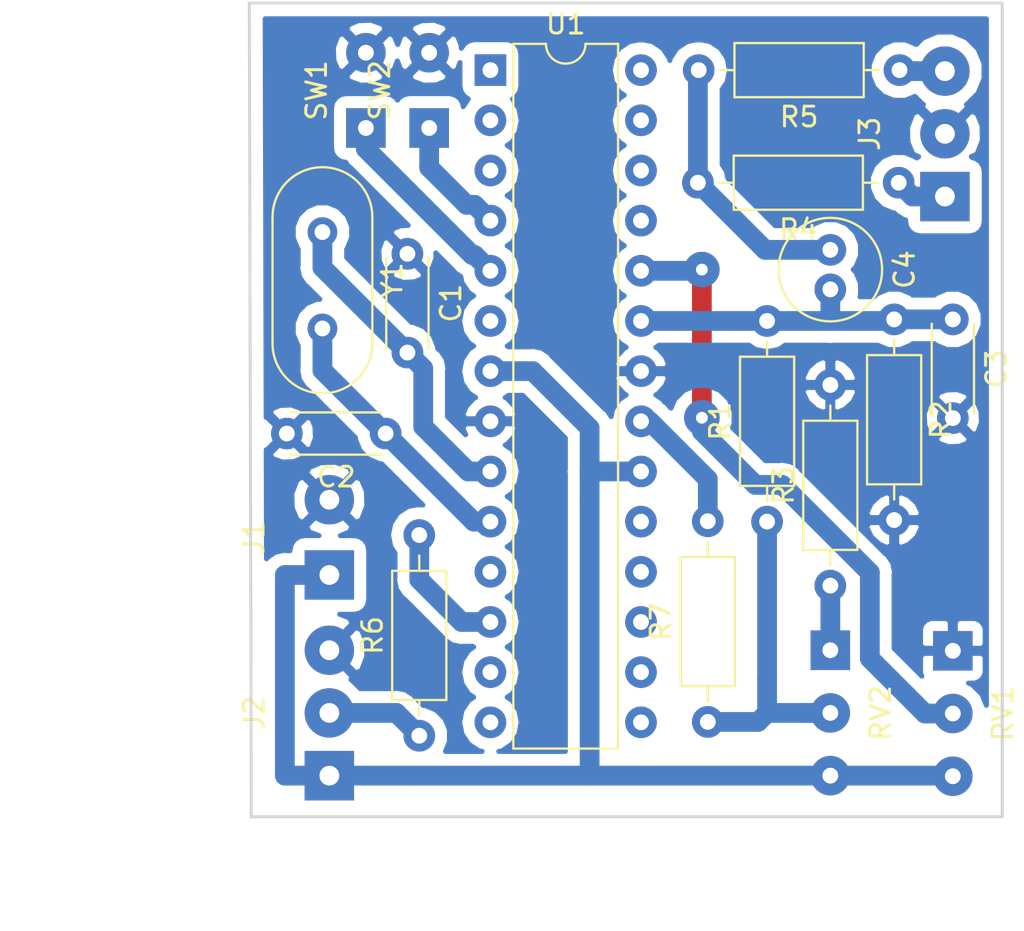
<source format=kicad_pcb>
(kicad_pcb (version 20171130) (host pcbnew 5.0.2-bee76a0~70~ubuntu16.04.1)

  (general
    (thickness 1.6)
    (drawings 6)
    (tracks 76)
    (zones 0)
    (modules 20)
    (nets 33)
  )

  (page A4)
  (layers
    (0 F.Cu signal)
    (31 B.Cu signal)
    (32 B.Adhes user)
    (33 F.Adhes user)
    (34 B.Paste user)
    (35 F.Paste user)
    (36 B.SilkS user)
    (37 F.SilkS user)
    (38 B.Mask user)
    (39 F.Mask user)
    (40 Dwgs.User user)
    (41 Cmts.User user)
    (42 Eco1.User user)
    (43 Eco2.User user)
    (44 Edge.Cuts user)
    (45 Margin user)
    (46 B.CrtYd user)
    (47 F.CrtYd user)
    (48 B.Fab user)
    (49 F.Fab user)
  )

  (setup
    (last_trace_width 1)
    (trace_clearance 0.5)
    (zone_clearance 0.6)
    (zone_45_only no)
    (trace_min 0.2)
    (segment_width 0.2)
    (edge_width 0.15)
    (via_size 1.8)
    (via_drill 0.6)
    (via_min_size 0.4)
    (via_min_drill 0.3)
    (uvia_size 0.3)
    (uvia_drill 0.1)
    (uvias_allowed no)
    (uvia_min_size 0.2)
    (uvia_min_drill 0.1)
    (pcb_text_width 0.3)
    (pcb_text_size 1.5 1.5)
    (mod_edge_width 0.15)
    (mod_text_size 1 1)
    (mod_text_width 0.15)
    (pad_size 1.524 1.524)
    (pad_drill 0.762)
    (pad_to_mask_clearance 0.051)
    (solder_mask_min_width 0.25)
    (aux_axis_origin 0 0)
    (visible_elements FFFFFF7F)
    (pcbplotparams
      (layerselection 0x00000_fffffffe)
      (usegerberextensions false)
      (usegerberattributes false)
      (usegerberadvancedattributes false)
      (creategerberjobfile false)
      (excludeedgelayer false)
      (linewidth 0.100000)
      (plotframeref false)
      (viasonmask false)
      (mode 1)
      (useauxorigin false)
      (hpglpennumber 1)
      (hpglpenspeed 20)
      (hpglpendiameter 15.000000)
      (psnegative true)
      (psa4output false)
      (plotreference true)
      (plotvalue true)
      (plotinvisibletext false)
      (padsonsilk true)
      (subtractmaskfromsilk false)
      (outputformat 5)
      (mirror false)
      (drillshape 1)
      (scaleselection 1)
      (outputdirectory ""))
  )

  (net 0 "")
  (net 1 "Net-(U1-Pad1)")
  (net 2 "Net-(U1-Pad15)")
  (net 3 "Net-(U1-Pad2)")
  (net 4 "Net-(U1-Pad16)")
  (net 5 "Net-(U1-Pad3)")
  (net 6 "Net-(U1-Pad17)")
  (net 7 "Net-(SW2-Pad1)")
  (net 8 "Net-(U1-Pad18)")
  (net 9 "Net-(SW1-Pad1)")
  (net 10 "Net-(U1-Pad19)")
  (net 11 "Net-(U1-Pad6)")
  (net 12 "Net-(J1-Pad1)")
  (net 13 "Net-(C1-Pad1)")
  (net 14 "Net-(C1-Pad2)")
  (net 15 "Net-(C3-Pad1)")
  (net 16 "Net-(C2-Pad1)")
  (net 17 "Net-(RV1-Pad2)")
  (net 18 "Net-(U1-Pad11)")
  (net 19 "Net-(U1-Pad25)")
  (net 20 "Net-(J2-Pad2)")
  (net 21 "Net-(U1-Pad26)")
  (net 22 "Net-(U1-Pad13)")
  (net 23 "Net-(U1-Pad27)")
  (net 24 "Net-(U1-Pad14)")
  (net 25 "Net-(U1-Pad28)")
  (net 26 "Net-(C4-Pad1)")
  (net 27 "Net-(J3-Pad3)")
  (net 28 "Net-(J3-Pad1)")
  (net 29 "Net-(R1-Pad1)")
  (net 30 "Net-(R3-Pad1)")
  (net 31 "Net-(R6-Pad2)")
  (net 32 "Net-(R7-Pad2)")

  (net_class Default "This is the default net class."
    (clearance 0.5)
    (trace_width 1)
    (via_dia 1.8)
    (via_drill 0.6)
    (uvia_dia 0.3)
    (uvia_drill 0.1)
    (add_net "Net-(C1-Pad1)")
    (add_net "Net-(C1-Pad2)")
    (add_net "Net-(C2-Pad1)")
    (add_net "Net-(C3-Pad1)")
    (add_net "Net-(C4-Pad1)")
    (add_net "Net-(J1-Pad1)")
    (add_net "Net-(J2-Pad2)")
    (add_net "Net-(J3-Pad1)")
    (add_net "Net-(J3-Pad3)")
    (add_net "Net-(R1-Pad1)")
    (add_net "Net-(R3-Pad1)")
    (add_net "Net-(R6-Pad2)")
    (add_net "Net-(R7-Pad2)")
    (add_net "Net-(RV1-Pad2)")
    (add_net "Net-(SW1-Pad1)")
    (add_net "Net-(SW2-Pad1)")
    (add_net "Net-(U1-Pad1)")
    (add_net "Net-(U1-Pad11)")
    (add_net "Net-(U1-Pad13)")
    (add_net "Net-(U1-Pad14)")
    (add_net "Net-(U1-Pad15)")
    (add_net "Net-(U1-Pad16)")
    (add_net "Net-(U1-Pad17)")
    (add_net "Net-(U1-Pad18)")
    (add_net "Net-(U1-Pad19)")
    (add_net "Net-(U1-Pad2)")
    (add_net "Net-(U1-Pad25)")
    (add_net "Net-(U1-Pad26)")
    (add_net "Net-(U1-Pad27)")
    (add_net "Net-(U1-Pad28)")
    (add_net "Net-(U1-Pad3)")
    (add_net "Net-(U1-Pad6)")
  )

  (module Capacitor_THT:C_Disc_D4.3mm_W1.9mm_P5.00mm (layer F.Cu) (tedit 5AE50EF0) (tstamp 5C458DE0)
    (at 89.5 48.02 270)
    (descr "C, Disc series, Radial, pin pitch=5.00mm, , diameter*width=4.3*1.9mm^2, Capacitor, http://www.vishay.com/docs/45233/krseries.pdf")
    (tags "C Disc series Radial pin pitch 5.00mm  diameter 4.3mm width 1.9mm Capacitor")
    (path /5C142A1B)
    (fp_text reference C3 (at 2.5 -2.2 270) (layer F.SilkS)
      (effects (font (size 1 1) (thickness 0.15)))
    )
    (fp_text value 0,1uF (at 2.5 2.2 270) (layer F.Fab)
      (effects (font (size 1 1) (thickness 0.15)))
    )
    (fp_line (start 0.35 -0.95) (end 0.35 0.95) (layer F.Fab) (width 0.1))
    (fp_line (start 0.35 0.95) (end 4.65 0.95) (layer F.Fab) (width 0.1))
    (fp_line (start 4.65 0.95) (end 4.65 -0.95) (layer F.Fab) (width 0.1))
    (fp_line (start 4.65 -0.95) (end 0.35 -0.95) (layer F.Fab) (width 0.1))
    (fp_line (start 0.23 -1.07) (end 4.77 -1.07) (layer F.SilkS) (width 0.12))
    (fp_line (start 0.23 1.07) (end 4.77 1.07) (layer F.SilkS) (width 0.12))
    (fp_line (start 0.23 -1.07) (end 0.23 -1.055) (layer F.SilkS) (width 0.12))
    (fp_line (start 0.23 1.055) (end 0.23 1.07) (layer F.SilkS) (width 0.12))
    (fp_line (start 4.77 -1.07) (end 4.77 -1.055) (layer F.SilkS) (width 0.12))
    (fp_line (start 4.77 1.055) (end 4.77 1.07) (layer F.SilkS) (width 0.12))
    (fp_line (start -1.05 -1.2) (end -1.05 1.2) (layer F.CrtYd) (width 0.05))
    (fp_line (start -1.05 1.2) (end 6.05 1.2) (layer F.CrtYd) (width 0.05))
    (fp_line (start 6.05 1.2) (end 6.05 -1.2) (layer F.CrtYd) (width 0.05))
    (fp_line (start 6.05 -1.2) (end -1.05 -1.2) (layer F.CrtYd) (width 0.05))
    (fp_text user %R (at 2.5 0 270) (layer F.Fab)
      (effects (font (size 0.86 0.86) (thickness 0.129)))
    )
    (pad 1 thru_hole circle (at 0 0 270) (size 1.6 1.6) (drill 0.8) (layers *.Cu *.Mask)
      (net 15 "Net-(C3-Pad1)"))
    (pad 2 thru_hole circle (at 5 0 270) (size 1.6 1.6) (drill 0.8) (layers *.Cu *.Mask)
      (net 13 "Net-(C1-Pad1)"))
    (model ${KISYS3DMOD}/Capacitor_THT.3dshapes/C_Disc_D4.3mm_W1.9mm_P5.00mm.wrl
      (at (xyz 0 0 0))
      (scale (xyz 1 1 1))
      (rotate (xyz 0 0 0))
    )
  )

  (module Resistor_THT:R_Axial_DIN0207_L6.3mm_D2.5mm_P10.16mm_Horizontal (layer F.Cu) (tedit 5AE5139B) (tstamp 5C23391A)
    (at 77.1 68.4 90)
    (descr "Resistor, Axial_DIN0207 series, Axial, Horizontal, pin pitch=10.16mm, 0.25W = 1/4W, length*diameter=6.3*2.5mm^2, http://cdn-reichelt.de/documents/datenblatt/B400/1_4W%23YAG.pdf")
    (tags "Resistor Axial_DIN0207 series Axial Horizontal pin pitch 10.16mm 0.25W = 1/4W length 6.3mm diameter 2.5mm")
    (path /5C16A2B9)
    (fp_text reference R7 (at 5.08 -2.37 90) (layer F.SilkS)
      (effects (font (size 1 1) (thickness 0.15)))
    )
    (fp_text value 2k (at 5.08 2.37 90) (layer F.Fab)
      (effects (font (size 1 1) (thickness 0.15)))
    )
    (fp_line (start 1.93 -1.25) (end 1.93 1.25) (layer F.Fab) (width 0.1))
    (fp_line (start 1.93 1.25) (end 8.23 1.25) (layer F.Fab) (width 0.1))
    (fp_line (start 8.23 1.25) (end 8.23 -1.25) (layer F.Fab) (width 0.1))
    (fp_line (start 8.23 -1.25) (end 1.93 -1.25) (layer F.Fab) (width 0.1))
    (fp_line (start 0 0) (end 1.93 0) (layer F.Fab) (width 0.1))
    (fp_line (start 10.16 0) (end 8.23 0) (layer F.Fab) (width 0.1))
    (fp_line (start 1.81 -1.37) (end 1.81 1.37) (layer F.SilkS) (width 0.12))
    (fp_line (start 1.81 1.37) (end 8.35 1.37) (layer F.SilkS) (width 0.12))
    (fp_line (start 8.35 1.37) (end 8.35 -1.37) (layer F.SilkS) (width 0.12))
    (fp_line (start 8.35 -1.37) (end 1.81 -1.37) (layer F.SilkS) (width 0.12))
    (fp_line (start 1.04 0) (end 1.81 0) (layer F.SilkS) (width 0.12))
    (fp_line (start 9.12 0) (end 8.35 0) (layer F.SilkS) (width 0.12))
    (fp_line (start -1.05 -1.5) (end -1.05 1.5) (layer F.CrtYd) (width 0.05))
    (fp_line (start -1.05 1.5) (end 11.21 1.5) (layer F.CrtYd) (width 0.05))
    (fp_line (start 11.21 1.5) (end 11.21 -1.5) (layer F.CrtYd) (width 0.05))
    (fp_line (start 11.21 -1.5) (end -1.05 -1.5) (layer F.CrtYd) (width 0.05))
    (fp_text user %R (at 5.08 0 90) (layer F.Fab)
      (effects (font (size 1 1) (thickness 0.15)))
    )
    (pad 1 thru_hole circle (at 0 0 90) (size 1.6 1.6) (drill 0.8) (layers *.Cu *.Mask)
      (net 29 "Net-(R1-Pad1)"))
    (pad 2 thru_hole oval (at 10.16 0 90) (size 1.6 1.6) (drill 0.8) (layers *.Cu *.Mask)
      (net 32 "Net-(R7-Pad2)"))
    (model ${KISYS3DMOD}/Resistor_THT.3dshapes/R_Axial_DIN0207_L6.3mm_D2.5mm_P10.16mm_Horizontal.wrl
      (at (xyz 0 0 0))
      (scale (xyz 1 1 1))
      (rotate (xyz 0 0 0))
    )
  )

  (module Connector_Wire:SolderWirePad_1x02_P3.81mm_Drill1mm (layer F.Cu) (tedit 5AEE5F04) (tstamp 5C2DDA16)
    (at 57.95 60.96 90)
    (descr "Wire solder connection")
    (tags connector)
    (path /5C15BC04)
    (attr virtual)
    (fp_text reference J1 (at 1.905 -3.81 90) (layer F.SilkS)
      (effects (font (size 1 1) (thickness 0.15)))
    )
    (fp_text value 5V (at 1.905 3.81 90) (layer F.Fab)
      (effects (font (size 1 1) (thickness 0.15)))
    )
    (fp_text user %R (at 1.905 0 90) (layer F.Fab)
      (effects (font (size 1 1) (thickness 0.15)))
    )
    (fp_line (start -1.74 -1.75) (end 5.56 -1.75) (layer F.CrtYd) (width 0.05))
    (fp_line (start -1.74 -1.75) (end -1.74 1.75) (layer F.CrtYd) (width 0.05))
    (fp_line (start 5.56 1.75) (end 5.56 -1.75) (layer F.CrtYd) (width 0.05))
    (fp_line (start 5.56 1.75) (end -1.74 1.75) (layer F.CrtYd) (width 0.05))
    (pad 1 thru_hole rect (at 0 0 90) (size 2.49936 2.49936) (drill 1.00076) (layers *.Cu *.Mask)
      (net 12 "Net-(J1-Pad1)"))
    (pad 2 thru_hole circle (at 3.81 0 90) (size 2.49936 2.49936) (drill 1.00076) (layers *.Cu *.Mask)
      (net 13 "Net-(C1-Pad1)"))
  )

  (module Connector_Wire:SolderWirePad_1x03_P3.175mm_Drill1mm (layer F.Cu) (tedit 5AEE5F67) (tstamp 5C2DD8DC)
    (at 57.95 71.12 90)
    (descr "Wire solder connection")
    (tags connector)
    (path /5C15848B)
    (attr virtual)
    (fp_text reference J2 (at 3.175 -3.81 90) (layer F.SilkS)
      (effects (font (size 1 1) (thickness 0.15)))
    )
    (fp_text value WS2812 (at 3.175 3.175 90) (layer F.Fab)
      (effects (font (size 1 1) (thickness 0.15)))
    )
    (fp_text user %R (at 3.175 0 90) (layer F.Fab)
      (effects (font (size 1 1) (thickness 0.15)))
    )
    (fp_line (start -1.74 -1.75) (end 8.1 -1.75) (layer F.CrtYd) (width 0.05))
    (fp_line (start -1.74 -1.75) (end -1.74 1.75) (layer F.CrtYd) (width 0.05))
    (fp_line (start 8.1 1.75) (end 8.1 -1.75) (layer F.CrtYd) (width 0.05))
    (fp_line (start 8.1 1.75) (end -1.74 1.75) (layer F.CrtYd) (width 0.05))
    (pad 1 thru_hole rect (at 0 0 90) (size 2.49936 2.49936) (drill 1.00076) (layers *.Cu *.Mask)
      (net 12 "Net-(J1-Pad1)"))
    (pad 2 thru_hole circle (at 3.175 0 90) (size 2.49936 2.49936) (drill 1.00076) (layers *.Cu *.Mask)
      (net 20 "Net-(J2-Pad2)"))
    (pad 3 thru_hole circle (at 6.35 0 90) (size 2.49936 2.49936) (drill 1.00076) (layers *.Cu *.Mask)
      (net 13 "Net-(C1-Pad1)"))
  )

  (module Resistor_THT:R_Axial_DIN0207_L6.3mm_D2.5mm_P10.16mm_Horizontal (layer F.Cu) (tedit 5AE5139B) (tstamp 5C180B39)
    (at 62.5 69.1 90)
    (descr "Resistor, Axial_DIN0207 series, Axial, Horizontal, pin pitch=10.16mm, 0.25W = 1/4W, length*diameter=6.3*2.5mm^2, http://cdn-reichelt.de/documents/datenblatt/B400/1_4W%23YAG.pdf")
    (tags "Resistor Axial_DIN0207 series Axial Horizontal pin pitch 10.16mm 0.25W = 1/4W length 6.3mm diameter 2.5mm")
    (path /5C14FEE7)
    (fp_text reference R6 (at 5.08 -2.37 90) (layer F.SilkS)
      (effects (font (size 1 1) (thickness 0.15)))
    )
    (fp_text value 220 (at 5.08 2.37 90) (layer F.Fab)
      (effects (font (size 1 1) (thickness 0.15)))
    )
    (fp_text user %R (at 5.08 0 90) (layer F.Fab)
      (effects (font (size 1 1) (thickness 0.15)))
    )
    (fp_line (start 11.21 -1.5) (end -1.05 -1.5) (layer F.CrtYd) (width 0.05))
    (fp_line (start 11.21 1.5) (end 11.21 -1.5) (layer F.CrtYd) (width 0.05))
    (fp_line (start -1.05 1.5) (end 11.21 1.5) (layer F.CrtYd) (width 0.05))
    (fp_line (start -1.05 -1.5) (end -1.05 1.5) (layer F.CrtYd) (width 0.05))
    (fp_line (start 9.12 0) (end 8.35 0) (layer F.SilkS) (width 0.12))
    (fp_line (start 1.04 0) (end 1.81 0) (layer F.SilkS) (width 0.12))
    (fp_line (start 8.35 -1.37) (end 1.81 -1.37) (layer F.SilkS) (width 0.12))
    (fp_line (start 8.35 1.37) (end 8.35 -1.37) (layer F.SilkS) (width 0.12))
    (fp_line (start 1.81 1.37) (end 8.35 1.37) (layer F.SilkS) (width 0.12))
    (fp_line (start 1.81 -1.37) (end 1.81 1.37) (layer F.SilkS) (width 0.12))
    (fp_line (start 10.16 0) (end 8.23 0) (layer F.Fab) (width 0.1))
    (fp_line (start 0 0) (end 1.93 0) (layer F.Fab) (width 0.1))
    (fp_line (start 8.23 -1.25) (end 1.93 -1.25) (layer F.Fab) (width 0.1))
    (fp_line (start 8.23 1.25) (end 8.23 -1.25) (layer F.Fab) (width 0.1))
    (fp_line (start 1.93 1.25) (end 8.23 1.25) (layer F.Fab) (width 0.1))
    (fp_line (start 1.93 -1.25) (end 1.93 1.25) (layer F.Fab) (width 0.1))
    (pad 2 thru_hole oval (at 10.16 0 90) (size 1.6 1.6) (drill 0.8) (layers *.Cu *.Mask)
      (net 31 "Net-(R6-Pad2)"))
    (pad 1 thru_hole circle (at 0 0 90) (size 1.6 1.6) (drill 0.8) (layers *.Cu *.Mask)
      (net 20 "Net-(J2-Pad2)"))
    (model ${KISYS3DMOD}/Resistor_THT.3dshapes/R_Axial_DIN0207_L6.3mm_D2.5mm_P10.16mm_Horizontal.wrl
      (at (xyz 0 0 0))
      (scale (xyz 1 1 1))
      (rotate (xyz 0 0 0))
    )
  )

  (module Resistor_THT:R_Axial_DIN0207_L6.3mm_D2.5mm_P10.16mm_Horizontal (layer F.Cu) (tedit 5AE5139B) (tstamp 5C2DD051)
    (at 80.1 58.26 90)
    (descr "Resistor, Axial_DIN0207 series, Axial, Horizontal, pin pitch=10.16mm, 0.25W = 1/4W, length*diameter=6.3*2.5mm^2, http://cdn-reichelt.de/documents/datenblatt/B400/1_4W%23YAG.pdf")
    (tags "Resistor Axial_DIN0207 series Axial Horizontal pin pitch 10.16mm 0.25W = 1/4W length 6.3mm diameter 2.5mm")
    (path /5C142CB7)
    (fp_text reference R1 (at 5.08 -2.37 90) (layer F.SilkS)
      (effects (font (size 1 1) (thickness 0.15)))
    )
    (fp_text value 100k (at 5.08 2.37 90) (layer F.Fab)
      (effects (font (size 1 1) (thickness 0.15)))
    )
    (fp_line (start 1.93 -1.25) (end 1.93 1.25) (layer F.Fab) (width 0.1))
    (fp_line (start 1.93 1.25) (end 8.23 1.25) (layer F.Fab) (width 0.1))
    (fp_line (start 8.23 1.25) (end 8.23 -1.25) (layer F.Fab) (width 0.1))
    (fp_line (start 8.23 -1.25) (end 1.93 -1.25) (layer F.Fab) (width 0.1))
    (fp_line (start 0 0) (end 1.93 0) (layer F.Fab) (width 0.1))
    (fp_line (start 10.16 0) (end 8.23 0) (layer F.Fab) (width 0.1))
    (fp_line (start 1.81 -1.37) (end 1.81 1.37) (layer F.SilkS) (width 0.12))
    (fp_line (start 1.81 1.37) (end 8.35 1.37) (layer F.SilkS) (width 0.12))
    (fp_line (start 8.35 1.37) (end 8.35 -1.37) (layer F.SilkS) (width 0.12))
    (fp_line (start 8.35 -1.37) (end 1.81 -1.37) (layer F.SilkS) (width 0.12))
    (fp_line (start 1.04 0) (end 1.81 0) (layer F.SilkS) (width 0.12))
    (fp_line (start 9.12 0) (end 8.35 0) (layer F.SilkS) (width 0.12))
    (fp_line (start -1.05 -1.5) (end -1.05 1.5) (layer F.CrtYd) (width 0.05))
    (fp_line (start -1.05 1.5) (end 11.21 1.5) (layer F.CrtYd) (width 0.05))
    (fp_line (start 11.21 1.5) (end 11.21 -1.5) (layer F.CrtYd) (width 0.05))
    (fp_line (start 11.21 -1.5) (end -1.05 -1.5) (layer F.CrtYd) (width 0.05))
    (fp_text user %R (at 5.08 0 90) (layer F.Fab)
      (effects (font (size 1 1) (thickness 0.15)))
    )
    (pad 1 thru_hole circle (at 0 0 90) (size 1.6 1.6) (drill 0.8) (layers *.Cu *.Mask)
      (net 29 "Net-(R1-Pad1)"))
    (pad 2 thru_hole oval (at 10.16 0 90) (size 1.6 1.6) (drill 0.8) (layers *.Cu *.Mask)
      (net 15 "Net-(C3-Pad1)"))
    (model ${KISYS3DMOD}/Resistor_THT.3dshapes/R_Axial_DIN0207_L6.3mm_D2.5mm_P10.16mm_Horizontal.wrl
      (at (xyz 0 0 0))
      (scale (xyz 1 1 1))
      (rotate (xyz 0 0 0))
    )
  )

  (module Resistor_THT:R_Axial_DIN0207_L6.3mm_D2.5mm_P10.16mm_Horizontal (layer F.Cu) (tedit 5AE5139B) (tstamp 5C2DD03B)
    (at 86.53 48.02 270)
    (descr "Resistor, Axial_DIN0207 series, Axial, Horizontal, pin pitch=10.16mm, 0.25W = 1/4W, length*diameter=6.3*2.5mm^2, http://cdn-reichelt.de/documents/datenblatt/B400/1_4W%23YAG.pdf")
    (tags "Resistor Axial_DIN0207 series Axial Horizontal pin pitch 10.16mm 0.25W = 1/4W length 6.3mm diameter 2.5mm")
    (path /5C142B81)
    (fp_text reference R2 (at 5.08 -2.37 270) (layer F.SilkS)
      (effects (font (size 1 1) (thickness 0.15)))
    )
    (fp_text value 100k (at 5.08 2.37 270) (layer F.Fab)
      (effects (font (size 1 1) (thickness 0.15)))
    )
    (fp_text user %R (at 5.08 0 270) (layer F.Fab)
      (effects (font (size 1 1) (thickness 0.15)))
    )
    (fp_line (start 11.21 -1.5) (end -1.05 -1.5) (layer F.CrtYd) (width 0.05))
    (fp_line (start 11.21 1.5) (end 11.21 -1.5) (layer F.CrtYd) (width 0.05))
    (fp_line (start -1.05 1.5) (end 11.21 1.5) (layer F.CrtYd) (width 0.05))
    (fp_line (start -1.05 -1.5) (end -1.05 1.5) (layer F.CrtYd) (width 0.05))
    (fp_line (start 9.12 0) (end 8.35 0) (layer F.SilkS) (width 0.12))
    (fp_line (start 1.04 0) (end 1.81 0) (layer F.SilkS) (width 0.12))
    (fp_line (start 8.35 -1.37) (end 1.81 -1.37) (layer F.SilkS) (width 0.12))
    (fp_line (start 8.35 1.37) (end 8.35 -1.37) (layer F.SilkS) (width 0.12))
    (fp_line (start 1.81 1.37) (end 8.35 1.37) (layer F.SilkS) (width 0.12))
    (fp_line (start 1.81 -1.37) (end 1.81 1.37) (layer F.SilkS) (width 0.12))
    (fp_line (start 10.16 0) (end 8.23 0) (layer F.Fab) (width 0.1))
    (fp_line (start 0 0) (end 1.93 0) (layer F.Fab) (width 0.1))
    (fp_line (start 8.23 -1.25) (end 1.93 -1.25) (layer F.Fab) (width 0.1))
    (fp_line (start 8.23 1.25) (end 8.23 -1.25) (layer F.Fab) (width 0.1))
    (fp_line (start 1.93 1.25) (end 8.23 1.25) (layer F.Fab) (width 0.1))
    (fp_line (start 1.93 -1.25) (end 1.93 1.25) (layer F.Fab) (width 0.1))
    (pad 2 thru_hole oval (at 10.16 0 270) (size 1.6 1.6) (drill 0.8) (layers *.Cu *.Mask)
      (net 13 "Net-(C1-Pad1)"))
    (pad 1 thru_hole circle (at 0 0 270) (size 1.6 1.6) (drill 0.8) (layers *.Cu *.Mask)
      (net 15 "Net-(C3-Pad1)"))
    (model ${KISYS3DMOD}/Resistor_THT.3dshapes/R_Axial_DIN0207_L6.3mm_D2.5mm_P10.16mm_Horizontal.wrl
      (at (xyz 0 0 0))
      (scale (xyz 1 1 1))
      (rotate (xyz 0 0 0))
    )
  )

  (module Resistor_THT:R_Axial_DIN0207_L6.3mm_D2.5mm_P10.16mm_Horizontal (layer F.Cu) (tedit 5AE5139B) (tstamp 5C24AEF0)
    (at 83.3 61.5 90)
    (descr "Resistor, Axial_DIN0207 series, Axial, Horizontal, pin pitch=10.16mm, 0.25W = 1/4W, length*diameter=6.3*2.5mm^2, http://cdn-reichelt.de/documents/datenblatt/B400/1_4W%23YAG.pdf")
    (tags "Resistor Axial_DIN0207 series Axial Horizontal pin pitch 10.16mm 0.25W = 1/4W length 6.3mm diameter 2.5mm")
    (path /5C149033)
    (fp_text reference R3 (at 5.08 -2.37 90) (layer F.SilkS)
      (effects (font (size 1 1) (thickness 0.15)))
    )
    (fp_text value 2k (at 5.08 2.37 90) (layer F.Fab)
      (effects (font (size 1 1) (thickness 0.15)))
    )
    (fp_line (start 1.93 -1.25) (end 1.93 1.25) (layer F.Fab) (width 0.1))
    (fp_line (start 1.93 1.25) (end 8.23 1.25) (layer F.Fab) (width 0.1))
    (fp_line (start 8.23 1.25) (end 8.23 -1.25) (layer F.Fab) (width 0.1))
    (fp_line (start 8.23 -1.25) (end 1.93 -1.25) (layer F.Fab) (width 0.1))
    (fp_line (start 0 0) (end 1.93 0) (layer F.Fab) (width 0.1))
    (fp_line (start 10.16 0) (end 8.23 0) (layer F.Fab) (width 0.1))
    (fp_line (start 1.81 -1.37) (end 1.81 1.37) (layer F.SilkS) (width 0.12))
    (fp_line (start 1.81 1.37) (end 8.35 1.37) (layer F.SilkS) (width 0.12))
    (fp_line (start 8.35 1.37) (end 8.35 -1.37) (layer F.SilkS) (width 0.12))
    (fp_line (start 8.35 -1.37) (end 1.81 -1.37) (layer F.SilkS) (width 0.12))
    (fp_line (start 1.04 0) (end 1.81 0) (layer F.SilkS) (width 0.12))
    (fp_line (start 9.12 0) (end 8.35 0) (layer F.SilkS) (width 0.12))
    (fp_line (start -1.05 -1.5) (end -1.05 1.5) (layer F.CrtYd) (width 0.05))
    (fp_line (start -1.05 1.5) (end 11.21 1.5) (layer F.CrtYd) (width 0.05))
    (fp_line (start 11.21 1.5) (end 11.21 -1.5) (layer F.CrtYd) (width 0.05))
    (fp_line (start 11.21 -1.5) (end -1.05 -1.5) (layer F.CrtYd) (width 0.05))
    (fp_text user %R (at 5.08 0 90) (layer F.Fab)
      (effects (font (size 1 1) (thickness 0.15)))
    )
    (pad 1 thru_hole circle (at 0 0 90) (size 1.6 1.6) (drill 0.8) (layers *.Cu *.Mask)
      (net 30 "Net-(R3-Pad1)"))
    (pad 2 thru_hole oval (at 10.16 0 90) (size 1.6 1.6) (drill 0.8) (layers *.Cu *.Mask)
      (net 13 "Net-(C1-Pad1)"))
    (model ${KISYS3DMOD}/Resistor_THT.3dshapes/R_Axial_DIN0207_L6.3mm_D2.5mm_P10.16mm_Horizontal.wrl
      (at (xyz 0 0 0))
      (scale (xyz 1 1 1))
      (rotate (xyz 0 0 0))
    )
  )

  (module Resistor_THT:R_Axial_DIN0207_L6.3mm_D2.5mm_P10.16mm_Horizontal (layer F.Cu) (tedit 5AE5139B) (tstamp 5C2DD00F)
    (at 86.76 41.1 180)
    (descr "Resistor, Axial_DIN0207 series, Axial, Horizontal, pin pitch=10.16mm, 0.25W = 1/4W, length*diameter=6.3*2.5mm^2, http://cdn-reichelt.de/documents/datenblatt/B400/1_4W%23YAG.pdf")
    (tags "Resistor Axial_DIN0207 series Axial Horizontal pin pitch 10.16mm 0.25W = 1/4W length 6.3mm diameter 2.5mm")
    (path /5C14B333)
    (fp_text reference R4 (at 5.08 -2.37 180) (layer F.SilkS)
      (effects (font (size 1 1) (thickness 0.15)))
    )
    (fp_text value 2*k (at 5.08 2.37 180) (layer F.Fab)
      (effects (font (size 1 1) (thickness 0.15)))
    )
    (fp_text user %R (at 5.08 0 180) (layer F.Fab)
      (effects (font (size 1 1) (thickness 0.15)))
    )
    (fp_line (start 11.21 -1.5) (end -1.05 -1.5) (layer F.CrtYd) (width 0.05))
    (fp_line (start 11.21 1.5) (end 11.21 -1.5) (layer F.CrtYd) (width 0.05))
    (fp_line (start -1.05 1.5) (end 11.21 1.5) (layer F.CrtYd) (width 0.05))
    (fp_line (start -1.05 -1.5) (end -1.05 1.5) (layer F.CrtYd) (width 0.05))
    (fp_line (start 9.12 0) (end 8.35 0) (layer F.SilkS) (width 0.12))
    (fp_line (start 1.04 0) (end 1.81 0) (layer F.SilkS) (width 0.12))
    (fp_line (start 8.35 -1.37) (end 1.81 -1.37) (layer F.SilkS) (width 0.12))
    (fp_line (start 8.35 1.37) (end 8.35 -1.37) (layer F.SilkS) (width 0.12))
    (fp_line (start 1.81 1.37) (end 8.35 1.37) (layer F.SilkS) (width 0.12))
    (fp_line (start 1.81 -1.37) (end 1.81 1.37) (layer F.SilkS) (width 0.12))
    (fp_line (start 10.16 0) (end 8.23 0) (layer F.Fab) (width 0.1))
    (fp_line (start 0 0) (end 1.93 0) (layer F.Fab) (width 0.1))
    (fp_line (start 8.23 -1.25) (end 1.93 -1.25) (layer F.Fab) (width 0.1))
    (fp_line (start 8.23 1.25) (end 8.23 -1.25) (layer F.Fab) (width 0.1))
    (fp_line (start 1.93 1.25) (end 8.23 1.25) (layer F.Fab) (width 0.1))
    (fp_line (start 1.93 -1.25) (end 1.93 1.25) (layer F.Fab) (width 0.1))
    (pad 2 thru_hole oval (at 10.16 0 180) (size 1.6 1.6) (drill 0.8) (layers *.Cu *.Mask)
      (net 26 "Net-(C4-Pad1)"))
    (pad 1 thru_hole circle (at 0 0 180) (size 1.6 1.6) (drill 0.8) (layers *.Cu *.Mask)
      (net 28 "Net-(J3-Pad1)"))
    (model ${KISYS3DMOD}/Resistor_THT.3dshapes/R_Axial_DIN0207_L6.3mm_D2.5mm_P10.16mm_Horizontal.wrl
      (at (xyz 0 0 0))
      (scale (xyz 1 1 1))
      (rotate (xyz 0 0 0))
    )
  )

  (module Resistor_THT:R_Axial_DIN0207_L6.3mm_D2.5mm_P10.16mm_Horizontal (layer F.Cu) (tedit 5AE5139B) (tstamp 5C2DCFF9)
    (at 86.8 35.4 180)
    (descr "Resistor, Axial_DIN0207 series, Axial, Horizontal, pin pitch=10.16mm, 0.25W = 1/4W, length*diameter=6.3*2.5mm^2, http://cdn-reichelt.de/documents/datenblatt/B400/1_4W%23YAG.pdf")
    (tags "Resistor Axial_DIN0207 series Axial Horizontal pin pitch 10.16mm 0.25W = 1/4W length 6.3mm diameter 2.5mm")
    (path /5C14B3B7)
    (fp_text reference R5 (at 5.08 -2.37 180) (layer F.SilkS)
      (effects (font (size 1 1) (thickness 0.15)))
    )
    (fp_text value 2*k (at 5.08 2.37 180) (layer F.Fab)
      (effects (font (size 1 1) (thickness 0.15)))
    )
    (fp_line (start 1.93 -1.25) (end 1.93 1.25) (layer F.Fab) (width 0.1))
    (fp_line (start 1.93 1.25) (end 8.23 1.25) (layer F.Fab) (width 0.1))
    (fp_line (start 8.23 1.25) (end 8.23 -1.25) (layer F.Fab) (width 0.1))
    (fp_line (start 8.23 -1.25) (end 1.93 -1.25) (layer F.Fab) (width 0.1))
    (fp_line (start 0 0) (end 1.93 0) (layer F.Fab) (width 0.1))
    (fp_line (start 10.16 0) (end 8.23 0) (layer F.Fab) (width 0.1))
    (fp_line (start 1.81 -1.37) (end 1.81 1.37) (layer F.SilkS) (width 0.12))
    (fp_line (start 1.81 1.37) (end 8.35 1.37) (layer F.SilkS) (width 0.12))
    (fp_line (start 8.35 1.37) (end 8.35 -1.37) (layer F.SilkS) (width 0.12))
    (fp_line (start 8.35 -1.37) (end 1.81 -1.37) (layer F.SilkS) (width 0.12))
    (fp_line (start 1.04 0) (end 1.81 0) (layer F.SilkS) (width 0.12))
    (fp_line (start 9.12 0) (end 8.35 0) (layer F.SilkS) (width 0.12))
    (fp_line (start -1.05 -1.5) (end -1.05 1.5) (layer F.CrtYd) (width 0.05))
    (fp_line (start -1.05 1.5) (end 11.21 1.5) (layer F.CrtYd) (width 0.05))
    (fp_line (start 11.21 1.5) (end 11.21 -1.5) (layer F.CrtYd) (width 0.05))
    (fp_line (start 11.21 -1.5) (end -1.05 -1.5) (layer F.CrtYd) (width 0.05))
    (fp_text user %R (at 5.08 0 180) (layer F.Fab)
      (effects (font (size 1 1) (thickness 0.15)))
    )
    (pad 1 thru_hole circle (at 0 0 180) (size 1.6 1.6) (drill 0.8) (layers *.Cu *.Mask)
      (net 27 "Net-(J3-Pad3)"))
    (pad 2 thru_hole oval (at 10.16 0 180) (size 1.6 1.6) (drill 0.8) (layers *.Cu *.Mask)
      (net 26 "Net-(C4-Pad1)"))
    (model ${KISYS3DMOD}/Resistor_THT.3dshapes/R_Axial_DIN0207_L6.3mm_D2.5mm_P10.16mm_Horizontal.wrl
      (at (xyz 0 0 0))
      (scale (xyz 1 1 1))
      (rotate (xyz 0 0 0))
    )
  )

  (module Connector_Wire:SolderWirePad_1x03_P3.175mm_Drill1mm (layer F.Cu) (tedit 5AEE5F67) (tstamp 5C44AAF1)
    (at 89.1 41.8 90)
    (descr "Wire solder connection")
    (tags connector)
    (path /5C1557B8)
    (attr virtual)
    (fp_text reference J3 (at 3.175 -3.81 90) (layer F.SilkS)
      (effects (font (size 1 1) (thickness 0.15)))
    )
    (fp_text value Audio (at 3.175 3.175 90) (layer F.Fab)
      (effects (font (size 1 1) (thickness 0.15)))
    )
    (fp_text user %R (at 3.175 0 90) (layer F.Fab)
      (effects (font (size 1 1) (thickness 0.15)))
    )
    (fp_line (start -1.74 -1.75) (end 8.1 -1.75) (layer F.CrtYd) (width 0.05))
    (fp_line (start -1.74 -1.75) (end -1.74 1.75) (layer F.CrtYd) (width 0.05))
    (fp_line (start 8.1 1.75) (end 8.1 -1.75) (layer F.CrtYd) (width 0.05))
    (fp_line (start 8.1 1.75) (end -1.74 1.75) (layer F.CrtYd) (width 0.05))
    (pad 1 thru_hole rect (at 0 0 90) (size 2.49936 2.49936) (drill 1.00076) (layers *.Cu *.Mask)
      (net 28 "Net-(J3-Pad1)"))
    (pad 2 thru_hole circle (at 3.175 0 90) (size 2.49936 2.49936) (drill 1.00076) (layers *.Cu *.Mask)
      (net 13 "Net-(C1-Pad1)"))
    (pad 3 thru_hole circle (at 6.35 0 90) (size 2.49936 2.49936) (drill 1.00076) (layers *.Cu *.Mask)
      (net 27 "Net-(J3-Pad3)"))
  )

  (module Capacitor_THT:C_Disc_D4.3mm_W1.9mm_P5.00mm (layer F.Cu) (tedit 5AE50EF0) (tstamp 5C449F81)
    (at 61.9 44.7 270)
    (descr "C, Disc series, Radial, pin pitch=5.00mm, , diameter*width=4.3*1.9mm^2, Capacitor, http://www.vishay.com/docs/45233/krseries.pdf")
    (tags "C Disc series Radial pin pitch 5.00mm  diameter 4.3mm width 1.9mm Capacitor")
    (path /5C141453)
    (fp_text reference C1 (at 2.5 -2.2 270) (layer F.SilkS)
      (effects (font (size 1 1) (thickness 0.15)))
    )
    (fp_text value 22pF (at 2.5 2.2 270) (layer F.Fab)
      (effects (font (size 1 1) (thickness 0.15)))
    )
    (fp_text user %R (at 2.5 0 270) (layer F.Fab)
      (effects (font (size 0.86 0.86) (thickness 0.129)))
    )
    (fp_line (start 6.05 -1.2) (end -1.05 -1.2) (layer F.CrtYd) (width 0.05))
    (fp_line (start 6.05 1.2) (end 6.05 -1.2) (layer F.CrtYd) (width 0.05))
    (fp_line (start -1.05 1.2) (end 6.05 1.2) (layer F.CrtYd) (width 0.05))
    (fp_line (start -1.05 -1.2) (end -1.05 1.2) (layer F.CrtYd) (width 0.05))
    (fp_line (start 4.77 1.055) (end 4.77 1.07) (layer F.SilkS) (width 0.12))
    (fp_line (start 4.77 -1.07) (end 4.77 -1.055) (layer F.SilkS) (width 0.12))
    (fp_line (start 0.23 1.055) (end 0.23 1.07) (layer F.SilkS) (width 0.12))
    (fp_line (start 0.23 -1.07) (end 0.23 -1.055) (layer F.SilkS) (width 0.12))
    (fp_line (start 0.23 1.07) (end 4.77 1.07) (layer F.SilkS) (width 0.12))
    (fp_line (start 0.23 -1.07) (end 4.77 -1.07) (layer F.SilkS) (width 0.12))
    (fp_line (start 4.65 -0.95) (end 0.35 -0.95) (layer F.Fab) (width 0.1))
    (fp_line (start 4.65 0.95) (end 4.65 -0.95) (layer F.Fab) (width 0.1))
    (fp_line (start 0.35 0.95) (end 4.65 0.95) (layer F.Fab) (width 0.1))
    (fp_line (start 0.35 -0.95) (end 0.35 0.95) (layer F.Fab) (width 0.1))
    (pad 2 thru_hole circle (at 5 0 270) (size 1.6 1.6) (drill 0.8) (layers *.Cu *.Mask)
      (net 14 "Net-(C1-Pad2)"))
    (pad 1 thru_hole circle (at 0 0 270) (size 1.6 1.6) (drill 0.8) (layers *.Cu *.Mask)
      (net 13 "Net-(C1-Pad1)"))
    (model ${KISYS3DMOD}/Capacitor_THT.3dshapes/C_Disc_D4.3mm_W1.9mm_P5.00mm.wrl
      (at (xyz 0 0 0))
      (scale (xyz 1 1 1))
      (rotate (xyz 0 0 0))
    )
  )

  (module Capacitor_THT:C_Disc_D4.3mm_W1.9mm_P5.00mm (layer F.Cu) (tedit 5AE50EF0) (tstamp 5C2DC96E)
    (at 60.8 53.8 180)
    (descr "C, Disc series, Radial, pin pitch=5.00mm, , diameter*width=4.3*1.9mm^2, Capacitor, http://www.vishay.com/docs/45233/krseries.pdf")
    (tags "C Disc series Radial pin pitch 5.00mm  diameter 4.3mm width 1.9mm Capacitor")
    (path /5C1414B1)
    (fp_text reference C2 (at 2.5 -2.2 180) (layer F.SilkS)
      (effects (font (size 1 1) (thickness 0.15)))
    )
    (fp_text value 22pF (at 2.5 2.2 180) (layer F.Fab)
      (effects (font (size 1 1) (thickness 0.15)))
    )
    (fp_line (start 0.35 -0.95) (end 0.35 0.95) (layer F.Fab) (width 0.1))
    (fp_line (start 0.35 0.95) (end 4.65 0.95) (layer F.Fab) (width 0.1))
    (fp_line (start 4.65 0.95) (end 4.65 -0.95) (layer F.Fab) (width 0.1))
    (fp_line (start 4.65 -0.95) (end 0.35 -0.95) (layer F.Fab) (width 0.1))
    (fp_line (start 0.23 -1.07) (end 4.77 -1.07) (layer F.SilkS) (width 0.12))
    (fp_line (start 0.23 1.07) (end 4.77 1.07) (layer F.SilkS) (width 0.12))
    (fp_line (start 0.23 -1.07) (end 0.23 -1.055) (layer F.SilkS) (width 0.12))
    (fp_line (start 0.23 1.055) (end 0.23 1.07) (layer F.SilkS) (width 0.12))
    (fp_line (start 4.77 -1.07) (end 4.77 -1.055) (layer F.SilkS) (width 0.12))
    (fp_line (start 4.77 1.055) (end 4.77 1.07) (layer F.SilkS) (width 0.12))
    (fp_line (start -1.05 -1.2) (end -1.05 1.2) (layer F.CrtYd) (width 0.05))
    (fp_line (start -1.05 1.2) (end 6.05 1.2) (layer F.CrtYd) (width 0.05))
    (fp_line (start 6.05 1.2) (end 6.05 -1.2) (layer F.CrtYd) (width 0.05))
    (fp_line (start 6.05 -1.2) (end -1.05 -1.2) (layer F.CrtYd) (width 0.05))
    (fp_text user %R (at 2.5 0) (layer F.Fab)
      (effects (font (size 0.86 0.86) (thickness 0.129)))
    )
    (pad 1 thru_hole circle (at 0 0 180) (size 1.6 1.6) (drill 0.8) (layers *.Cu *.Mask)
      (net 16 "Net-(C2-Pad1)"))
    (pad 2 thru_hole circle (at 5 0 180) (size 1.6 1.6) (drill 0.8) (layers *.Cu *.Mask)
      (net 13 "Net-(C1-Pad1)"))
    (model ${KISYS3DMOD}/Capacitor_THT.3dshapes/C_Disc_D4.3mm_W1.9mm_P5.00mm.wrl
      (at (xyz 0 0 0))
      (scale (xyz 1 1 1))
      (rotate (xyz 0 0 0))
    )
  )

  (module Capacitor_THT:C_Radial_D5.0mm_H11.0mm_P2.00mm (layer F.Cu) (tedit 5BC5C9B9) (tstamp 5C21B632)
    (at 83.3 44.5 270)
    (descr "C, Radial series, Radial, pin pitch=2.00mm, diameter=5mm, height=11mm, Non-Polar Electrolytic Capacitor")
    (tags "C Radial series Radial pin pitch 2.00mm diameter 5mm height 11mm Non-Polar Electrolytic Capacitor")
    (path /5C14B2C3)
    (fp_text reference C4 (at 1 -3.75 270) (layer F.SilkS)
      (effects (font (size 1 1) (thickness 0.15)))
    )
    (fp_text value 10uF (at 1 3.75 270) (layer F.Fab)
      (effects (font (size 1 1) (thickness 0.15)))
    )
    (fp_circle (center 1 0) (end 3.5 0) (layer F.Fab) (width 0.1))
    (fp_circle (center 1 0) (end 3.62 0) (layer F.SilkS) (width 0.12))
    (fp_circle (center 1 0) (end 3.75 0) (layer F.CrtYd) (width 0.05))
    (fp_text user %R (at 1 0 270) (layer F.Fab)
      (effects (font (size 1 1) (thickness 0.15)))
    )
    (pad 1 thru_hole circle (at 0 0 270) (size 1.6 1.6) (drill 0.8) (layers *.Cu *.Mask)
      (net 26 "Net-(C4-Pad1)"))
    (pad 2 thru_hole circle (at 2 0 270) (size 1.6 1.6) (drill 0.8) (layers *.Cu *.Mask)
      (net 15 "Net-(C3-Pad1)"))
    (model ${KISYS3DMOD}/Capacitor_THT.3dshapes/C_Radial_D5.0mm_H11.0mm_P2.00mm.wrl
      (at (xyz 0 0 0))
      (scale (xyz 1 1 1))
      (rotate (xyz 0 0 0))
    )
  )

  (module Connector_Wire:SolderWirePad_1x03_P3.175mm_Drill0.8mm (layer F.Cu) (tedit 5AEE57A0) (tstamp 5C45912E)
    (at 89.5 64.8 270)
    (descr "Wire solder connection")
    (tags connector)
    (path /5C14226C)
    (attr virtual)
    (fp_text reference RV1 (at 3.175 -2.54 270) (layer F.SilkS)
      (effects (font (size 1 1) (thickness 0.15)))
    )
    (fp_text value 10k (at 3.175 2.54 270) (layer F.Fab)
      (effects (font (size 1 1) (thickness 0.15)))
    )
    (fp_text user %R (at 3.175 0 270) (layer F.Fab)
      (effects (font (size 1 1) (thickness 0.15)))
    )
    (fp_line (start -1.49 -1.5) (end 7.85 -1.5) (layer F.CrtYd) (width 0.05))
    (fp_line (start -1.49 -1.5) (end -1.49 1.5) (layer F.CrtYd) (width 0.05))
    (fp_line (start 7.85 1.5) (end 7.85 -1.5) (layer F.CrtYd) (width 0.05))
    (fp_line (start 7.85 1.5) (end -1.49 1.5) (layer F.CrtYd) (width 0.05))
    (pad 1 thru_hole rect (at 0 0 270) (size 1.99898 1.99898) (drill 0.8001) (layers *.Cu *.Mask)
      (net 13 "Net-(C1-Pad1)"))
    (pad 2 thru_hole circle (at 3.175 0 270) (size 1.99898 1.99898) (drill 0.8001) (layers *.Cu *.Mask)
      (net 17 "Net-(RV1-Pad2)"))
    (pad 3 thru_hole circle (at 6.35 0 270) (size 1.99898 1.99898) (drill 0.8001) (layers *.Cu *.Mask)
      (net 12 "Net-(J1-Pad1)"))
  )

  (module Connector_Wire:SolderWirePad_1x03_P3.175mm_Drill0.8mm (layer F.Cu) (tedit 5AEE57A0) (tstamp 5C20BC0A)
    (at 83.3 64.77 270)
    (descr "Wire solder connection")
    (tags connector)
    (path /5C142931)
    (attr virtual)
    (fp_text reference RV2 (at 3.175 -2.54 270) (layer F.SilkS)
      (effects (font (size 1 1) (thickness 0.15)))
    )
    (fp_text value 50k (at 3.175 2.54 270) (layer F.Fab)
      (effects (font (size 1 1) (thickness 0.15)))
    )
    (fp_line (start 7.85 1.5) (end -1.49 1.5) (layer F.CrtYd) (width 0.05))
    (fp_line (start 7.85 1.5) (end 7.85 -1.5) (layer F.CrtYd) (width 0.05))
    (fp_line (start -1.49 -1.5) (end -1.49 1.5) (layer F.CrtYd) (width 0.05))
    (fp_line (start -1.49 -1.5) (end 7.85 -1.5) (layer F.CrtYd) (width 0.05))
    (fp_text user %R (at 3.175 0) (layer F.Fab)
      (effects (font (size 1 1) (thickness 0.15)))
    )
    (pad 3 thru_hole circle (at 6.35 0 270) (size 1.99898 1.99898) (drill 0.8001) (layers *.Cu *.Mask)
      (net 12 "Net-(J1-Pad1)"))
    (pad 2 thru_hole circle (at 3.175 0 270) (size 1.99898 1.99898) (drill 0.8001) (layers *.Cu *.Mask)
      (net 29 "Net-(R1-Pad1)"))
    (pad 1 thru_hole rect (at 0 0 270) (size 1.99898 1.99898) (drill 0.8001) (layers *.Cu *.Mask)
      (net 30 "Net-(R3-Pad1)"))
  )

  (module Connector_Wire:SolderWirePad_1x02_P3.81mm_Drill0.8mm (layer F.Cu) (tedit 5AEE54BF) (tstamp 5C2DC9EA)
    (at 59.8 38.33 90)
    (descr "Wire solder connection")
    (tags connector)
    (path /5C141D4F)
    (attr virtual)
    (fp_text reference SW1 (at 1.905 -2.5 90) (layer F.SilkS)
      (effects (font (size 1 1) (thickness 0.15)))
    )
    (fp_text value COLOR (at 1.905 2.54 -180) (layer F.Fab)
      (effects (font (size 1 1) (thickness 0.15)))
    )
    (fp_text user %R (at 1.905 0) (layer F.Fab)
      (effects (font (size 1 1) (thickness 0.15)))
    )
    (fp_line (start -1.49 -1.5) (end 5.31 -1.5) (layer F.CrtYd) (width 0.05))
    (fp_line (start -1.49 -1.5) (end -1.49 1.5) (layer F.CrtYd) (width 0.05))
    (fp_line (start 5.31 1.5) (end 5.31 -1.5) (layer F.CrtYd) (width 0.05))
    (fp_line (start 5.31 1.5) (end -1.49 1.5) (layer F.CrtYd) (width 0.05))
    (pad 1 thru_hole rect (at 0 0 90) (size 1.99898 1.99898) (drill 0.8001) (layers *.Cu *.Mask)
      (net 9 "Net-(SW1-Pad1)"))
    (pad 2 thru_hole circle (at 3.81 0 90) (size 1.99898 1.99898) (drill 0.8001) (layers *.Cu *.Mask)
      (net 13 "Net-(C1-Pad1)"))
  )

  (module Connector_Wire:SolderWirePad_1x02_P3.81mm_Drill0.8mm (layer F.Cu) (tedit 5AEE54BF) (tstamp 5C20C686)
    (at 63 38.33 90)
    (descr "Wire solder connection")
    (tags connector)
    (path /5C141CB7)
    (attr virtual)
    (fp_text reference SW2 (at 1.905 -2.5 90) (layer F.SilkS)
      (effects (font (size 1 1) (thickness 0.15)))
    )
    (fp_text value PATTERN (at 1.905 2.54 90) (layer F.Fab)
      (effects (font (size 1 1) (thickness 0.15)))
    )
    (fp_line (start 5.31 1.5) (end -1.49 1.5) (layer F.CrtYd) (width 0.05))
    (fp_line (start 5.31 1.5) (end 5.31 -1.5) (layer F.CrtYd) (width 0.05))
    (fp_line (start -1.49 -1.5) (end -1.49 1.5) (layer F.CrtYd) (width 0.05))
    (fp_line (start -1.49 -1.5) (end 5.31 -1.5) (layer F.CrtYd) (width 0.05))
    (fp_text user %R (at 1.905 0 90) (layer F.Fab)
      (effects (font (size 1 1) (thickness 0.15)))
    )
    (pad 2 thru_hole circle (at 3.81 0 90) (size 1.99898 1.99898) (drill 0.8001) (layers *.Cu *.Mask)
      (net 13 "Net-(C1-Pad1)"))
    (pad 1 thru_hole rect (at 0 0 90) (size 1.99898 1.99898) (drill 0.8001) (layers *.Cu *.Mask)
      (net 7 "Net-(SW2-Pad1)"))
  )

  (module Package_DIP:DIP-28_W7.62mm (layer F.Cu) (tedit 5A02E8C5) (tstamp 5C20BC50)
    (at 66.1 35.4)
    (descr "28-lead though-hole mounted DIP package, row spacing 7.62 mm (300 mils)")
    (tags "THT DIP DIL PDIP 2.54mm 7.62mm 300mil")
    (path /5C1411CE)
    (fp_text reference U1 (at 3.81 -2.33) (layer F.SilkS)
      (effects (font (size 1 1) (thickness 0.15)))
    )
    (fp_text value ATmega328-16PU (at 3.81 35.35) (layer F.Fab)
      (effects (font (size 1 1) (thickness 0.15)))
    )
    (fp_arc (start 3.81 -1.33) (end 2.81 -1.33) (angle -180) (layer F.SilkS) (width 0.12))
    (fp_line (start 1.635 -1.27) (end 6.985 -1.27) (layer F.Fab) (width 0.1))
    (fp_line (start 6.985 -1.27) (end 6.985 34.29) (layer F.Fab) (width 0.1))
    (fp_line (start 6.985 34.29) (end 0.635 34.29) (layer F.Fab) (width 0.1))
    (fp_line (start 0.635 34.29) (end 0.635 -0.27) (layer F.Fab) (width 0.1))
    (fp_line (start 0.635 -0.27) (end 1.635 -1.27) (layer F.Fab) (width 0.1))
    (fp_line (start 2.81 -1.33) (end 1.16 -1.33) (layer F.SilkS) (width 0.12))
    (fp_line (start 1.16 -1.33) (end 1.16 34.35) (layer F.SilkS) (width 0.12))
    (fp_line (start 1.16 34.35) (end 6.46 34.35) (layer F.SilkS) (width 0.12))
    (fp_line (start 6.46 34.35) (end 6.46 -1.33) (layer F.SilkS) (width 0.12))
    (fp_line (start 6.46 -1.33) (end 4.81 -1.33) (layer F.SilkS) (width 0.12))
    (fp_line (start -1.1 -1.55) (end -1.1 34.55) (layer F.CrtYd) (width 0.05))
    (fp_line (start -1.1 34.55) (end 8.7 34.55) (layer F.CrtYd) (width 0.05))
    (fp_line (start 8.7 34.55) (end 8.7 -1.55) (layer F.CrtYd) (width 0.05))
    (fp_line (start 8.7 -1.55) (end -1.1 -1.55) (layer F.CrtYd) (width 0.05))
    (fp_text user %R (at 3.81 16.51) (layer F.Fab)
      (effects (font (size 1 1) (thickness 0.15)))
    )
    (pad 1 thru_hole rect (at 0 0) (size 1.6 1.6) (drill 0.8) (layers *.Cu *.Mask)
      (net 1 "Net-(U1-Pad1)"))
    (pad 15 thru_hole oval (at 7.62 33.02) (size 1.6 1.6) (drill 0.8) (layers *.Cu *.Mask)
      (net 2 "Net-(U1-Pad15)"))
    (pad 2 thru_hole oval (at 0 2.54) (size 1.6 1.6) (drill 0.8) (layers *.Cu *.Mask)
      (net 3 "Net-(U1-Pad2)"))
    (pad 16 thru_hole oval (at 7.62 30.48) (size 1.6 1.6) (drill 0.8) (layers *.Cu *.Mask)
      (net 4 "Net-(U1-Pad16)"))
    (pad 3 thru_hole oval (at 0 5.08) (size 1.6 1.6) (drill 0.8) (layers *.Cu *.Mask)
      (net 5 "Net-(U1-Pad3)"))
    (pad 17 thru_hole oval (at 7.62 27.94) (size 1.6 1.6) (drill 0.8) (layers *.Cu *.Mask)
      (net 6 "Net-(U1-Pad17)"))
    (pad 4 thru_hole oval (at 0 7.62) (size 1.6 1.6) (drill 0.8) (layers *.Cu *.Mask)
      (net 7 "Net-(SW2-Pad1)"))
    (pad 18 thru_hole oval (at 7.62 25.4) (size 1.6 1.6) (drill 0.8) (layers *.Cu *.Mask)
      (net 8 "Net-(U1-Pad18)"))
    (pad 5 thru_hole oval (at 0 10.16) (size 1.6 1.6) (drill 0.8) (layers *.Cu *.Mask)
      (net 9 "Net-(SW1-Pad1)"))
    (pad 19 thru_hole oval (at 7.62 22.86) (size 1.6 1.6) (drill 0.8) (layers *.Cu *.Mask)
      (net 10 "Net-(U1-Pad19)"))
    (pad 6 thru_hole oval (at 0 12.7) (size 1.6 1.6) (drill 0.8) (layers *.Cu *.Mask)
      (net 11 "Net-(U1-Pad6)"))
    (pad 20 thru_hole oval (at 7.62 20.32) (size 1.6 1.6) (drill 0.8) (layers *.Cu *.Mask)
      (net 12 "Net-(J1-Pad1)"))
    (pad 7 thru_hole oval (at 0 15.24) (size 1.6 1.6) (drill 0.8) (layers *.Cu *.Mask)
      (net 12 "Net-(J1-Pad1)"))
    (pad 21 thru_hole oval (at 7.62 17.78) (size 1.6 1.6) (drill 0.8) (layers *.Cu *.Mask)
      (net 32 "Net-(R7-Pad2)"))
    (pad 8 thru_hole oval (at 0 17.78) (size 1.6 1.6) (drill 0.8) (layers *.Cu *.Mask)
      (net 13 "Net-(C1-Pad1)"))
    (pad 22 thru_hole oval (at 7.62 15.24) (size 1.6 1.6) (drill 0.8) (layers *.Cu *.Mask)
      (net 13 "Net-(C1-Pad1)"))
    (pad 9 thru_hole oval (at 0 20.32) (size 1.6 1.6) (drill 0.8) (layers *.Cu *.Mask)
      (net 14 "Net-(C1-Pad2)"))
    (pad 23 thru_hole oval (at 7.62 12.7) (size 1.6 1.6) (drill 0.8) (layers *.Cu *.Mask)
      (net 15 "Net-(C3-Pad1)"))
    (pad 10 thru_hole oval (at 0 22.86) (size 1.6 1.6) (drill 0.8) (layers *.Cu *.Mask)
      (net 16 "Net-(C2-Pad1)"))
    (pad 24 thru_hole oval (at 7.62 10.16) (size 1.6 1.6) (drill 0.8) (layers *.Cu *.Mask)
      (net 17 "Net-(RV1-Pad2)"))
    (pad 11 thru_hole oval (at 0 25.4) (size 1.6 1.6) (drill 0.8) (layers *.Cu *.Mask)
      (net 18 "Net-(U1-Pad11)"))
    (pad 25 thru_hole oval (at 7.62 7.62) (size 1.6 1.6) (drill 0.8) (layers *.Cu *.Mask)
      (net 19 "Net-(U1-Pad25)"))
    (pad 12 thru_hole oval (at 0 27.94) (size 1.6 1.6) (drill 0.8) (layers *.Cu *.Mask)
      (net 31 "Net-(R6-Pad2)"))
    (pad 26 thru_hole oval (at 7.62 5.08) (size 1.6 1.6) (drill 0.8) (layers *.Cu *.Mask)
      (net 21 "Net-(U1-Pad26)"))
    (pad 13 thru_hole oval (at 0 30.48) (size 1.6 1.6) (drill 0.8) (layers *.Cu *.Mask)
      (net 22 "Net-(U1-Pad13)"))
    (pad 27 thru_hole oval (at 7.62 2.54) (size 1.6 1.6) (drill 0.8) (layers *.Cu *.Mask)
      (net 23 "Net-(U1-Pad27)"))
    (pad 14 thru_hole oval (at 0 33.02) (size 1.6 1.6) (drill 0.8) (layers *.Cu *.Mask)
      (net 24 "Net-(U1-Pad14)"))
    (pad 28 thru_hole oval (at 7.62 0) (size 1.6 1.6) (drill 0.8) (layers *.Cu *.Mask)
      (net 25 "Net-(U1-Pad28)"))
    (model ${KISYS3DMOD}/Package_DIP.3dshapes/DIP-28_W7.62mm.wrl
      (at (xyz 0 0 0))
      (scale (xyz 1 1 1))
      (rotate (xyz 0 0 0))
    )
  )

  (module Crystal:Crystal_HC49-4H_Vertical (layer F.Cu) (tedit 5A1AD3B7) (tstamp 5C152607)
    (at 57.6 43.6 270)
    (descr "Crystal THT HC-49-4H http://5hertz.com/pdfs/04404_D.pdf")
    (tags "THT crystalHC-49-4H")
    (path /5C141545)
    (fp_text reference Y1 (at 2.44 -3.525 270) (layer F.SilkS)
      (effects (font (size 1 1) (thickness 0.15)))
    )
    (fp_text value 16MHz (at 2.44 3.525 270) (layer F.Fab)
      (effects (font (size 1 1) (thickness 0.15)))
    )
    (fp_text user %R (at 2.44 0 270) (layer F.Fab)
      (effects (font (size 1 1) (thickness 0.15)))
    )
    (fp_line (start -0.76 -2.325) (end 5.64 -2.325) (layer F.Fab) (width 0.1))
    (fp_line (start -0.76 2.325) (end 5.64 2.325) (layer F.Fab) (width 0.1))
    (fp_line (start -0.56 -2) (end 5.44 -2) (layer F.Fab) (width 0.1))
    (fp_line (start -0.56 2) (end 5.44 2) (layer F.Fab) (width 0.1))
    (fp_line (start -0.76 -2.525) (end 5.64 -2.525) (layer F.SilkS) (width 0.12))
    (fp_line (start -0.76 2.525) (end 5.64 2.525) (layer F.SilkS) (width 0.12))
    (fp_line (start -3.6 -2.8) (end -3.6 2.8) (layer F.CrtYd) (width 0.05))
    (fp_line (start -3.6 2.8) (end 8.5 2.8) (layer F.CrtYd) (width 0.05))
    (fp_line (start 8.5 2.8) (end 8.5 -2.8) (layer F.CrtYd) (width 0.05))
    (fp_line (start 8.5 -2.8) (end -3.6 -2.8) (layer F.CrtYd) (width 0.05))
    (fp_arc (start -0.76 0) (end -0.76 -2.325) (angle -180) (layer F.Fab) (width 0.1))
    (fp_arc (start 5.64 0) (end 5.64 -2.325) (angle 180) (layer F.Fab) (width 0.1))
    (fp_arc (start -0.56 0) (end -0.56 -2) (angle -180) (layer F.Fab) (width 0.1))
    (fp_arc (start 5.44 0) (end 5.44 -2) (angle 180) (layer F.Fab) (width 0.1))
    (fp_arc (start -0.76 0) (end -0.76 -2.525) (angle -180) (layer F.SilkS) (width 0.12))
    (fp_arc (start 5.64 0) (end 5.64 -2.525) (angle 180) (layer F.SilkS) (width 0.12))
    (pad 1 thru_hole circle (at 0 0 270) (size 1.5 1.5) (drill 0.8) (layers *.Cu *.Mask)
      (net 14 "Net-(C1-Pad2)"))
    (pad 2 thru_hole circle (at 4.88 0 270) (size 1.5 1.5) (drill 0.8) (layers *.Cu *.Mask)
      (net 16 "Net-(C2-Pad1)"))
    (model ${KISYS3DMOD}/Crystal.3dshapes/Crystal_HC49-4H_Vertical.wrl
      (at (xyz 0 0 0))
      (scale (xyz 1 1 1))
      (rotate (xyz 0 0 0))
    )
  )

  (dimension 38 (width 0.3) (layer Dwgs.User)
    (gr_text "38,000 mm" (at 73 80.379999) (layer Dwgs.User)
      (effects (font (size 1.5 1.5) (thickness 0.3)))
    )
    (feature1 (pts (xy 92 73.2) (xy 92 78.86642)))
    (feature2 (pts (xy 54 73.2) (xy 54 78.86642)))
    (crossbar (pts (xy 54 78.279999) (xy 92 78.279999)))
    (arrow1a (pts (xy 92 78.279999) (xy 90.873496 78.86642)))
    (arrow1b (pts (xy 92 78.279999) (xy 90.873496 77.693578)))
    (arrow2a (pts (xy 54 78.279999) (xy 55.126504 78.86642)))
    (arrow2b (pts (xy 54 78.279999) (xy 55.126504 77.693578)))
  )
  (dimension 41.2 (width 0.3) (layer Dwgs.User)
    (gr_text "41,200 mm" (at 46.82 52.6 270) (layer Dwgs.User)
      (effects (font (size 1.5 1.5) (thickness 0.3)))
    )
    (feature1 (pts (xy 54 73.2) (xy 48.333579 73.2)))
    (feature2 (pts (xy 54 32) (xy 48.333579 32)))
    (crossbar (pts (xy 48.92 32) (xy 48.92 73.2)))
    (arrow1a (pts (xy 48.92 73.2) (xy 48.333579 72.073496)))
    (arrow1b (pts (xy 48.92 73.2) (xy 49.506421 72.073496)))
    (arrow2a (pts (xy 48.92 32) (xy 48.333579 33.126504)))
    (arrow2b (pts (xy 48.92 32) (xy 49.506421 33.126504)))
  )
  (gr_line (start 54 73.2) (end 53.9 32) (layer Edge.Cuts) (width 0.15))
  (gr_line (start 92 73.2) (end 54 73.2) (layer Edge.Cuts) (width 0.15))
  (gr_line (start 92 32) (end 92 73.2) (layer Edge.Cuts) (width 0.15))
  (gr_line (start 53.9 32) (end 92 32) (layer Edge.Cuts) (width 0.15))

  (segment (start 63 40.32949) (end 63 38.33) (width 1) (layer B.Cu) (net 7))
  (segment (start 66.1 43.02) (end 65.300001 42.220001) (width 1) (layer B.Cu) (net 7))
  (segment (start 65.300001 42.220001) (end 64.890511 42.220001) (width 1) (layer B.Cu) (net 7))
  (segment (start 64.890511 42.220001) (end 63 40.32949) (width 1) (layer B.Cu) (net 7))
  (segment (start 66.1 45.56) (end 65.300001 44.760001) (width 1) (layer B.Cu) (net 9))
  (segment (start 65.300001 44.760001) (end 65.175999 44.760001) (width 1) (layer B.Cu) (net 9))
  (segment (start 59.8 39.384002) (end 59.8 38.33) (width 1) (layer B.Cu) (net 9))
  (segment (start 65.175999 44.760001) (end 59.8 39.384002) (width 1) (layer B.Cu) (net 9))
  (segment (start 77.47 71.12) (end 71.12 71.12) (width 1) (layer B.Cu) (net 12))
  (segment (start 62.23 71.12) (end 71.12 71.12) (width 1) (layer B.Cu) (net 12))
  (segment (start 62.23 71.12) (end 57.15 71.12) (width 1) (layer B.Cu) (net 12))
  (segment (start 55.70032 71.12) (end 57.95 71.12) (width 1) (layer B.Cu) (net 12))
  (segment (start 55.700319 60.960001) (end 55.70032 71.12) (width 1) (layer B.Cu) (net 12))
  (segment (start 57.95 60.96) (end 55.700319 60.960001) (width 1) (layer B.Cu) (net 12))
  (segment (start 71.12 57.092792) (end 71.12 71.12) (width 1) (layer B.Cu) (net 12))
  (segment (start 73.72 55.72) (end 71.12 55.72) (width 1) (layer B.Cu) (net 12))
  (segment (start 77.47 71.12) (end 83.3 71.12) (width 1) (layer B.Cu) (net 12))
  (segment (start 66.1 50.64) (end 68.24 50.64) (width 1) (layer B.Cu) (net 12))
  (segment (start 71.12 53.52) (end 71.12 55.72) (width 1) (layer B.Cu) (net 12))
  (segment (start 68.24 50.64) (end 71.12 53.52) (width 1) (layer B.Cu) (net 12))
  (segment (start 71.12 55.72) (end 71.12 57.092792) (width 1) (layer B.Cu) (net 12))
  (segment (start 89.47 71.12) (end 89.5 71.15) (width 1) (layer B.Cu) (net 12))
  (segment (start 83.3 71.12) (end 89.47 71.12) (width 1) (layer B.Cu) (net 12))
  (segment (start 89.5 64.65) (end 89.6 64.75) (width 1) (layer B.Cu) (net 13))
  (segment (start 57.6 45.4) (end 61.9 49.7) (width 1) (layer B.Cu) (net 14))
  (segment (start 57.6 43.6) (end 57.6 45.4) (width 1) (layer B.Cu) (net 14))
  (segment (start 64.96863 55.72) (end 66.1 55.72) (width 1) (layer B.Cu) (net 14))
  (segment (start 62.699999 53.451369) (end 64.96863 55.72) (width 1) (layer B.Cu) (net 14))
  (segment (start 62.699999 50.499999) (end 62.699999 53.451369) (width 1) (layer B.Cu) (net 14))
  (segment (start 61.9 49.7) (end 62.699999 50.499999) (width 1) (layer B.Cu) (net 14))
  (segment (start 73.72 48.1) (end 80.1 48.1) (width 1) (layer B.Cu) (net 15))
  (segment (start 86.45 48.1) (end 86.53 48.02) (width 1) (layer B.Cu) (net 15))
  (segment (start 83.3 46.63137) (end 83.3 48.1) (width 1) (layer B.Cu) (net 15))
  (segment (start 83.3 48.1) (end 86.45 48.1) (width 1) (layer B.Cu) (net 15))
  (segment (start 80.1 48.1) (end 83.3 48.1) (width 1) (layer B.Cu) (net 15))
  (segment (start 86.53 48.02) (end 89.5 48.02) (width 1) (layer B.Cu) (net 15))
  (segment (start 65.26 58.26) (end 60.8 53.8) (width 1) (layer B.Cu) (net 16))
  (segment (start 66.1 58.26) (end 65.26 58.26) (width 1) (layer B.Cu) (net 16))
  (segment (start 57.6 50.6) (end 57.6 48.48) (width 1) (layer B.Cu) (net 16))
  (segment (start 60.8 53.8) (end 57.6 50.6) (width 1) (layer B.Cu) (net 16))
  (via (at 76.8 45.5) (size 1.8) (drill 0.6) (layers F.Cu B.Cu) (net 17))
  (via (at 76.8 53) (size 1.8) (drill 0.6) (layers F.Cu B.Cu) (net 17) (tstamp 5C1D3523))
  (segment (start 76.74 45.56) (end 76.8 45.5) (width 1) (layer B.Cu) (net 17))
  (segment (start 73.72 45.56) (end 76.74 45.56) (width 1) (layer B.Cu) (net 17))
  (segment (start 76.8 45.5) (end 76.8 53) (width 1) (layer F.Cu) (net 17))
  (segment (start 76.8 53.690668) (end 76.8 53) (width 1) (layer B.Cu) (net 17))
  (segment (start 79.509332 56.4) (end 76.8 53.690668) (width 1) (layer B.Cu) (net 17))
  (segment (start 80.864002 56.4) (end 79.509332 56.4) (width 1) (layer B.Cu) (net 17))
  (segment (start 85.299491 65.187983) (end 85.299491 60.835489) (width 1) (layer B.Cu) (net 17))
  (segment (start 88.086508 67.975) (end 85.299491 65.187983) (width 1) (layer B.Cu) (net 17))
  (segment (start 85.299491 60.835489) (end 80.864002 56.4) (width 1) (layer B.Cu) (net 17))
  (segment (start 89.5 67.975) (end 88.086508 67.975) (width 1) (layer B.Cu) (net 17))
  (segment (start 61.345 67.945) (end 62.5 69.1) (width 1) (layer B.Cu) (net 20))
  (segment (start 57.95 67.945) (end 61.345 67.945) (width 1) (layer B.Cu) (net 20))
  (segment (start 76.67 35.43) (end 76.64 35.4) (width 1) (layer B.Cu) (net 26))
  (segment (start 80 44.5) (end 76.6 41.1) (width 1) (layer B.Cu) (net 26))
  (segment (start 83.3 44.5) (end 80 44.5) (width 1) (layer B.Cu) (net 26))
  (segment (start 76.6 35.44) (end 76.64 35.4) (width 1) (layer B.Cu) (net 26))
  (segment (start 76.6 41.1) (end 76.6 35.44) (width 1) (layer B.Cu) (net 26))
  (segment (start 86.85 35.45) (end 86.8 35.4) (width 1) (layer B.Cu) (net 27))
  (segment (start 89.1 35.45) (end 86.85 35.45) (width 1) (layer B.Cu) (net 27))
  (segment (start 87.46 41.8) (end 86.76 41.1) (width 1) (layer B.Cu) (net 28))
  (segment (start 89.1 41.8) (end 87.46 41.8) (width 1) (layer B.Cu) (net 28))
  (segment (start 81.886508 67.945) (end 83.3 67.945) (width 1) (layer B.Cu) (net 29))
  (segment (start 80.1 58.26) (end 80.1 66.158492) (width 1) (layer B.Cu) (net 29))
  (segment (start 80.1 66.158492) (end 80.1 67.945) (width 1) (layer B.Cu) (net 29))
  (segment (start 83.3 67.945) (end 80.1 67.945) (width 1) (layer B.Cu) (net 29))
  (segment (start 79.645 68.4) (end 80.1 67.945) (width 1) (layer B.Cu) (net 29))
  (segment (start 77.1 68.4) (end 79.645 68.4) (width 1) (layer B.Cu) (net 29))
  (segment (start 83.3 64.77) (end 83.3 61.5) (width 1) (layer B.Cu) (net 30))
  (segment (start 62.5 58.94) (end 62.5 61.2) (width 1) (layer B.Cu) (net 31))
  (segment (start 64.64 63.34) (end 66.1 63.34) (width 1) (layer B.Cu) (net 31))
  (segment (start 62.5 61.2) (end 64.64 63.34) (width 1) (layer B.Cu) (net 31))
  (segment (start 73.72 53.18) (end 74.167998 53.18) (width 1) (layer B.Cu) (net 32))
  (segment (start 74.167998 53.18) (end 77.1 56.112002) (width 1) (layer B.Cu) (net 32))
  (segment (start 77.1 56.112002) (end 77.1 58.24) (width 1) (layer B.Cu) (net 32))

  (zone (net 13) (net_name "Net-(C1-Pad1)") (layer B.Cu) (tstamp 5C4610D5) (hatch edge 0.508)
    (connect_pads (clearance 0.6))
    (min_thickness 0.254)
    (fill yes (arc_segments 16) (thermal_gap 0.508) (thermal_bridge_width 0.508))
    (polygon
      (pts
        (xy 92 73.2) (xy 54.1 73.2) (xy 53.9 32) (xy 92.1 32)
      )
    )
    (filled_polygon
      (pts
        (xy 91.198001 67.562801) (xy 90.963648 66.997022) (xy 90.477978 66.511352) (xy 90.292416 66.43449) (xy 90.6258 66.43449)
        (xy 90.859189 66.337817) (xy 91.037817 66.159188) (xy 91.13449 65.925799) (xy 91.13449 65.08575) (xy 90.97574 64.927)
        (xy 89.627 64.927) (xy 89.627 64.947) (xy 89.373 64.947) (xy 89.373 64.927) (xy 88.02426 64.927)
        (xy 87.86551 65.08575) (xy 87.86551 65.925799) (xy 87.931245 66.084498) (xy 86.526491 64.679744) (xy 86.526491 63.674201)
        (xy 87.86551 63.674201) (xy 87.86551 64.51425) (xy 88.02426 64.673) (xy 89.373 64.673) (xy 89.373 63.32426)
        (xy 89.627 63.32426) (xy 89.627 64.673) (xy 90.97574 64.673) (xy 91.13449 64.51425) (xy 91.13449 63.674201)
        (xy 91.037817 63.440812) (xy 90.859189 63.262183) (xy 90.6258 63.16551) (xy 89.78575 63.16551) (xy 89.627 63.32426)
        (xy 89.373 63.32426) (xy 89.21425 63.16551) (xy 88.3742 63.16551) (xy 88.140811 63.262183) (xy 87.962183 63.440812)
        (xy 87.86551 63.674201) (xy 86.526491 63.674201) (xy 86.526491 60.956332) (xy 86.550528 60.835489) (xy 86.526491 60.714646)
        (xy 86.526491 60.714642) (xy 86.455299 60.356737) (xy 86.267305 60.075385) (xy 86.252562 60.05332) (xy 86.252561 60.053319)
        (xy 86.184108 59.950872) (xy 86.081661 59.882419) (xy 84.728283 58.529041) (xy 85.138086 58.529041) (xy 85.377611 59.035134)
        (xy 85.792577 59.411041) (xy 86.180961 59.571904) (xy 86.403 59.449915) (xy 86.403 58.307) (xy 86.657 58.307)
        (xy 86.657 59.449915) (xy 86.879039 59.571904) (xy 87.267423 59.411041) (xy 87.682389 59.035134) (xy 87.921914 58.529041)
        (xy 87.800629 58.307) (xy 86.657 58.307) (xy 86.403 58.307) (xy 85.259371 58.307) (xy 85.138086 58.529041)
        (xy 84.728283 58.529041) (xy 84.030201 57.830959) (xy 85.138086 57.830959) (xy 85.259371 58.053) (xy 86.403 58.053)
        (xy 86.403 56.910085) (xy 86.657 56.910085) (xy 86.657 58.053) (xy 87.800629 58.053) (xy 87.921914 57.830959)
        (xy 87.682389 57.324866) (xy 87.267423 56.948959) (xy 86.879039 56.788096) (xy 86.657 56.910085) (xy 86.403 56.910085)
        (xy 86.180961 56.788096) (xy 85.792577 56.948959) (xy 85.377611 57.324866) (xy 85.138086 57.830959) (xy 84.030201 57.830959)
        (xy 81.817074 55.617833) (xy 81.748619 55.515383) (xy 81.342754 55.244192) (xy 80.984849 55.173) (xy 80.984845 55.173)
        (xy 80.864002 55.148963) (xy 80.743159 55.173) (xy 80.017572 55.173) (xy 78.872317 54.027745) (xy 88.671861 54.027745)
        (xy 88.745995 54.273864) (xy 89.283223 54.466965) (xy 89.853454 54.439778) (xy 90.254005 54.273864) (xy 90.328139 54.027745)
        (xy 89.5 53.199605) (xy 88.671861 54.027745) (xy 78.872317 54.027745) (xy 78.3512 53.506628) (xy 78.427 53.32363)
        (xy 78.427 52.803223) (xy 88.053035 52.803223) (xy 88.080222 53.373454) (xy 88.246136 53.774005) (xy 88.492255 53.848139)
        (xy 89.320395 53.02) (xy 89.679605 53.02) (xy 90.507745 53.848139) (xy 90.753864 53.774005) (xy 90.946965 53.236777)
        (xy 90.919778 52.666546) (xy 90.753864 52.265995) (xy 90.507745 52.191861) (xy 89.679605 53.02) (xy 89.320395 53.02)
        (xy 88.492255 52.191861) (xy 88.246136 52.265995) (xy 88.053035 52.803223) (xy 78.427 52.803223) (xy 78.427 52.67637)
        (xy 78.179304 52.078378) (xy 77.789967 51.689041) (xy 81.908086 51.689041) (xy 82.147611 52.195134) (xy 82.562577 52.571041)
        (xy 82.950961 52.731904) (xy 83.173 52.609915) (xy 83.173 51.467) (xy 83.427 51.467) (xy 83.427 52.609915)
        (xy 83.649039 52.731904) (xy 84.037423 52.571041) (xy 84.452389 52.195134) (xy 84.538942 52.012255) (xy 88.671861 52.012255)
        (xy 89.5 52.840395) (xy 90.328139 52.012255) (xy 90.254005 51.766136) (xy 89.716777 51.573035) (xy 89.146546 51.600222)
        (xy 88.745995 51.766136) (xy 88.671861 52.012255) (xy 84.538942 52.012255) (xy 84.691914 51.689041) (xy 84.570629 51.467)
        (xy 83.427 51.467) (xy 83.173 51.467) (xy 82.029371 51.467) (xy 81.908086 51.689041) (xy 77.789967 51.689041)
        (xy 77.721622 51.620696) (xy 77.12363 51.373) (xy 76.47637 51.373) (xy 75.878378 51.620696) (xy 75.420696 52.078378)
        (xy 75.239372 52.516135) (xy 75.12107 52.397833) (xy 75.052615 52.295383) (xy 74.895099 52.190134) (xy 74.820905 52.079095)
        (xy 74.467827 51.843175) (xy 74.575134 51.792389) (xy 74.951041 51.377423) (xy 75.111108 50.990959) (xy 81.908086 50.990959)
        (xy 82.029371 51.213) (xy 83.173 51.213) (xy 83.173 50.070085) (xy 83.427 50.070085) (xy 83.427 51.213)
        (xy 84.570629 51.213) (xy 84.691914 50.990959) (xy 84.452389 50.484866) (xy 84.037423 50.108959) (xy 83.649039 49.948096)
        (xy 83.427 50.070085) (xy 83.173 50.070085) (xy 82.950961 49.948096) (xy 82.562577 50.108959) (xy 82.147611 50.484866)
        (xy 81.908086 50.990959) (xy 75.111108 50.990959) (xy 75.111904 50.989039) (xy 74.989915 50.767) (xy 73.847 50.767)
        (xy 73.847 50.787) (xy 73.593 50.787) (xy 73.593 50.767) (xy 72.450085 50.767) (xy 72.328096 50.989039)
        (xy 72.488959 51.377423) (xy 72.864866 51.792389) (xy 72.972173 51.843175) (xy 72.619095 52.079095) (xy 72.281598 52.584194)
        (xy 72.210212 52.943077) (xy 72.004617 52.635383) (xy 71.90217 52.56693) (xy 69.193072 49.857833) (xy 69.124617 49.755383)
        (xy 68.718752 49.484192) (xy 68.360847 49.413) (xy 68.360843 49.413) (xy 68.24 49.388963) (xy 68.119157 49.413)
        (xy 67.012191 49.413) (xy 66.947837 49.37) (xy 67.200905 49.200905) (xy 67.538402 48.695806) (xy 67.656915 48.1)
        (xy 67.538402 47.504194) (xy 67.200905 46.999095) (xy 66.947837 46.83) (xy 67.200905 46.660905) (xy 67.538402 46.155806)
        (xy 67.656915 45.56) (xy 67.538402 44.964194) (xy 67.200905 44.459095) (xy 66.947837 44.29) (xy 67.200905 44.120905)
        (xy 67.538402 43.615806) (xy 67.656915 43.02) (xy 67.538402 42.424194) (xy 67.200905 41.919095) (xy 66.947837 41.75)
        (xy 67.200905 41.580905) (xy 67.538402 41.075806) (xy 67.656915 40.48) (xy 67.538402 39.884194) (xy 67.200905 39.379095)
        (xy 66.947837 39.21) (xy 67.200905 39.040905) (xy 67.538402 38.535806) (xy 67.656915 37.94) (xy 67.538402 37.344194)
        (xy 67.216704 36.86274) (xy 67.424137 36.724137) (xy 67.584818 36.483661) (xy 67.641242 36.2) (xy 67.641242 35.4)
        (xy 72.163085 35.4) (xy 72.281598 35.995806) (xy 72.619095 36.500905) (xy 72.872163 36.67) (xy 72.619095 36.839095)
        (xy 72.281598 37.344194) (xy 72.163085 37.94) (xy 72.281598 38.535806) (xy 72.619095 39.040905) (xy 72.872163 39.21)
        (xy 72.619095 39.379095) (xy 72.281598 39.884194) (xy 72.163085 40.48) (xy 72.281598 41.075806) (xy 72.619095 41.580905)
        (xy 72.872163 41.75) (xy 72.619095 41.919095) (xy 72.281598 42.424194) (xy 72.163085 43.02) (xy 72.281598 43.615806)
        (xy 72.619095 44.120905) (xy 72.872163 44.29) (xy 72.619095 44.459095) (xy 72.281598 44.964194) (xy 72.163085 45.56)
        (xy 72.281598 46.155806) (xy 72.619095 46.660905) (xy 72.872163 46.83) (xy 72.619095 46.999095) (xy 72.281598 47.504194)
        (xy 72.163085 48.1) (xy 72.281598 48.695806) (xy 72.619095 49.200905) (xy 72.972173 49.436825) (xy 72.864866 49.487611)
        (xy 72.488959 49.902577) (xy 72.328096 50.290961) (xy 72.450085 50.513) (xy 73.593 50.513) (xy 73.593 50.493)
        (xy 73.847 50.493) (xy 73.847 50.513) (xy 74.989915 50.513) (xy 75.111904 50.290961) (xy 74.951041 49.902577)
        (xy 74.575134 49.487611) (xy 74.467827 49.436825) (xy 74.632191 49.327) (xy 79.187809 49.327) (xy 79.504194 49.538402)
        (xy 79.949607 49.627) (xy 80.250393 49.627) (xy 80.695806 49.538402) (xy 81.012191 49.327) (xy 83.179153 49.327)
        (xy 83.3 49.351038) (xy 83.420847 49.327) (xy 85.695134 49.327) (xy 86.226261 49.547) (xy 86.833739 49.547)
        (xy 87.394976 49.314528) (xy 87.462504 49.247) (xy 88.567496 49.247) (xy 88.635024 49.314528) (xy 89.196261 49.547)
        (xy 89.803739 49.547) (xy 90.364976 49.314528) (xy 90.794528 48.884976) (xy 91.027 48.323739) (xy 91.027 47.716261)
        (xy 90.794528 47.155024) (xy 90.364976 46.725472) (xy 89.803739 46.493) (xy 89.196261 46.493) (xy 88.635024 46.725472)
        (xy 88.567496 46.793) (xy 87.462504 46.793) (xy 87.394976 46.725472) (xy 86.833739 46.493) (xy 86.226261 46.493)
        (xy 85.665024 46.725472) (xy 85.517496 46.873) (xy 84.798311 46.873) (xy 84.827 46.803739) (xy 84.827 46.196261)
        (xy 84.594528 45.635024) (xy 84.459504 45.5) (xy 84.594528 45.364976) (xy 84.827 44.803739) (xy 84.827 44.196261)
        (xy 84.594528 43.635024) (xy 84.164976 43.205472) (xy 83.603739 42.973) (xy 82.996261 42.973) (xy 82.435024 43.205472)
        (xy 82.367496 43.273) (xy 80.50824 43.273) (xy 78.112637 40.877397) (xy 78.096498 40.796261) (xy 85.233 40.796261)
        (xy 85.233 41.403739) (xy 85.465472 41.964976) (xy 85.895024 42.394528) (xy 86.456261 42.627) (xy 86.536884 42.627)
        (xy 86.575383 42.684617) (xy 86.981248 42.955808) (xy 87.109078 42.981235) (xy 87.109078 43.04968) (xy 87.165502 43.333341)
        (xy 87.326183 43.573817) (xy 87.566659 43.734498) (xy 87.85032 43.790922) (xy 90.34968 43.790922) (xy 90.633341 43.734498)
        (xy 90.873817 43.573817) (xy 91.034498 43.333341) (xy 91.090922 43.04968) (xy 91.090922 40.55032) (xy 91.034498 40.266659)
        (xy 90.873817 40.026183) (xy 90.633341 39.865502) (xy 90.491994 39.837386) (xy 90.43309 39.778482) (xy 90.725859 39.649275)
        (xy 90.994071 38.949117) (xy 90.973928 38.199616) (xy 90.725859 37.600725) (xy 90.433089 37.471517) (xy 89.279605 38.625)
        (xy 89.293748 38.639142) (xy 89.114142 38.818748) (xy 89.1 38.804605) (xy 89.085858 38.818748) (xy 88.906252 38.639142)
        (xy 88.920395 38.625) (xy 87.766911 37.471517) (xy 87.474141 37.600725) (xy 87.205929 38.300883) (xy 87.226072 39.050384)
        (xy 87.474141 39.649275) (xy 87.76691 39.778482) (xy 87.708006 39.837386) (xy 87.665371 39.845867) (xy 87.624976 39.805472)
        (xy 87.063739 39.573) (xy 86.456261 39.573) (xy 85.895024 39.805472) (xy 85.465472 40.235024) (xy 85.233 40.796261)
        (xy 78.096498 40.796261) (xy 78.038402 40.504194) (xy 77.827 40.187809) (xy 77.827 36.372055) (xy 78.078402 35.995806)
        (xy 78.196915 35.4) (xy 78.136498 35.096261) (xy 85.273 35.096261) (xy 85.273 35.703739) (xy 85.505472 36.264976)
        (xy 85.935024 36.694528) (xy 86.496261 36.927) (xy 87.103739 36.927) (xy 87.583026 36.728473) (xy 87.980301 37.125748)
        (xy 88.013737 37.139598) (xy 87.946517 37.291911) (xy 89.1 38.445395) (xy 90.253483 37.291911) (xy 90.186263 37.139598)
        (xy 90.219699 37.125748) (xy 90.775748 36.569699) (xy 91.07668 35.843186) (xy 91.07668 35.056814) (xy 90.775748 34.330301)
        (xy 90.219699 33.774252) (xy 89.493186 33.47332) (xy 88.706814 33.47332) (xy 87.980301 33.774252) (xy 87.653737 34.100816)
        (xy 87.103739 33.873) (xy 86.496261 33.873) (xy 85.935024 34.105472) (xy 85.505472 34.535024) (xy 85.273 35.096261)
        (xy 78.136498 35.096261) (xy 78.078402 34.804194) (xy 77.740905 34.299095) (xy 77.235806 33.961598) (xy 76.790393 33.873)
        (xy 76.489607 33.873) (xy 76.044194 33.961598) (xy 75.539095 34.299095) (xy 75.201598 34.804194) (xy 75.18 34.912775)
        (xy 75.158402 34.804194) (xy 74.820905 34.299095) (xy 74.315806 33.961598) (xy 73.870393 33.873) (xy 73.569607 33.873)
        (xy 73.124194 33.961598) (xy 72.619095 34.299095) (xy 72.281598 34.804194) (xy 72.163085 35.4) (xy 67.641242 35.4)
        (xy 67.641242 34.6) (xy 67.584818 34.316339) (xy 67.424137 34.075863) (xy 67.183661 33.915182) (xy 66.9 33.858758)
        (xy 65.3 33.858758) (xy 65.016339 33.915182) (xy 64.775863 34.075863) (xy 64.627393 34.298064) (xy 64.621341 34.134623)
        (xy 64.418965 33.646042) (xy 64.152163 33.547443) (xy 63.179605 34.52) (xy 64.152163 35.492557) (xy 64.418965 35.393958)
        (xy 64.558758 35.017651) (xy 64.558758 36.2) (xy 64.615182 36.483661) (xy 64.775863 36.724137) (xy 64.983296 36.86274)
        (xy 64.724676 37.249791) (xy 64.684308 37.046849) (xy 64.523627 36.806373) (xy 64.283151 36.645692) (xy 63.99949 36.589268)
        (xy 62.00051 36.589268) (xy 61.716849 36.645692) (xy 61.476373 36.806373) (xy 61.4 36.920673) (xy 61.323627 36.806373)
        (xy 61.083151 36.645692) (xy 60.79949 36.589268) (xy 58.80051 36.589268) (xy 58.516849 36.645692) (xy 58.276373 36.806373)
        (xy 58.115692 37.046849) (xy 58.059268 37.33051) (xy 58.059268 39.32949) (xy 58.115692 39.613151) (xy 58.276373 39.853627)
        (xy 58.516849 40.014308) (xy 58.7805 40.066752) (xy 58.915383 40.268619) (xy 59.017833 40.337074) (xy 61.942121 43.261362)
        (xy 61.546546 43.280222) (xy 61.145995 43.446136) (xy 61.071861 43.692255) (xy 61.9 44.520395) (xy 61.914142 44.506252)
        (xy 62.093748 44.685858) (xy 62.079605 44.7) (xy 62.907745 45.528139) (xy 63.153864 45.454005) (xy 63.346965 44.916777)
        (xy 63.33442 44.653662) (xy 64.222929 45.542171) (xy 64.291382 45.644618) (xy 64.601078 45.851551) (xy 64.661598 46.155806)
        (xy 64.999095 46.660905) (xy 65.252163 46.83) (xy 64.999095 46.999095) (xy 64.661598 47.504194) (xy 64.543085 48.1)
        (xy 64.661598 48.695806) (xy 64.999095 49.200905) (xy 65.252163 49.37) (xy 64.999095 49.539095) (xy 64.661598 50.044194)
        (xy 64.543085 50.64) (xy 64.661598 51.235806) (xy 64.999095 51.740905) (xy 65.352173 51.976825) (xy 65.244866 52.027611)
        (xy 64.868959 52.442577) (xy 64.708096 52.830961) (xy 64.830085 53.053) (xy 65.973 53.053) (xy 65.973 53.033)
        (xy 66.227 53.033) (xy 66.227 53.053) (xy 67.369915 53.053) (xy 67.491904 52.830961) (xy 67.331041 52.442577)
        (xy 66.955134 52.027611) (xy 66.847827 51.976825) (xy 67.012191 51.867) (xy 67.731761 51.867) (xy 69.893 54.02824)
        (xy 69.893001 55.599149) (xy 69.868962 55.72) (xy 69.893 55.840847) (xy 69.893 56.971946) (xy 69.893001 69.893)
        (xy 66.52187 69.893) (xy 66.695806 69.858402) (xy 67.200905 69.520905) (xy 67.538402 69.015806) (xy 67.656915 68.42)
        (xy 67.538402 67.824194) (xy 67.200905 67.319095) (xy 66.947837 67.15) (xy 67.200905 66.980905) (xy 67.538402 66.475806)
        (xy 67.656915 65.88) (xy 67.538402 65.284194) (xy 67.200905 64.779095) (xy 66.947837 64.61) (xy 67.200905 64.440905)
        (xy 67.538402 63.935806) (xy 67.656915 63.34) (xy 67.538402 62.744194) (xy 67.200905 62.239095) (xy 66.947837 62.07)
        (xy 67.200905 61.900905) (xy 67.538402 61.395806) (xy 67.656915 60.8) (xy 67.538402 60.204194) (xy 67.200905 59.699095)
        (xy 66.947837 59.53) (xy 67.200905 59.360905) (xy 67.538402 58.855806) (xy 67.656915 58.26) (xy 67.538402 57.664194)
        (xy 67.200905 57.159095) (xy 66.947837 56.99) (xy 67.200905 56.820905) (xy 67.538402 56.315806) (xy 67.656915 55.72)
        (xy 67.538402 55.124194) (xy 67.200905 54.619095) (xy 66.847827 54.383175) (xy 66.955134 54.332389) (xy 67.331041 53.917423)
        (xy 67.491904 53.529039) (xy 67.369915 53.307) (xy 66.227 53.307) (xy 66.227 53.327) (xy 65.973 53.327)
        (xy 65.973 53.307) (xy 64.830085 53.307) (xy 64.708096 53.529039) (xy 64.846098 53.862229) (xy 63.926999 52.94313)
        (xy 63.926999 50.620841) (xy 63.951036 50.499998) (xy 63.926999 50.379153) (xy 63.926999 50.379152) (xy 63.855807 50.021247)
        (xy 63.65307 49.71783) (xy 63.653069 49.717829) (xy 63.584616 49.615382) (xy 63.482169 49.546929) (xy 63.427 49.49176)
        (xy 63.427 49.396261) (xy 63.194528 48.835024) (xy 62.764976 48.405472) (xy 62.203739 48.173) (xy 62.10824 48.173)
        (xy 59.642985 45.707745) (xy 61.071861 45.707745) (xy 61.145995 45.953864) (xy 61.683223 46.146965) (xy 62.253454 46.119778)
        (xy 62.654005 45.953864) (xy 62.728139 45.707745) (xy 61.9 44.879605) (xy 61.071861 45.707745) (xy 59.642985 45.707745)
        (xy 58.827 44.891761) (xy 58.827 44.483223) (xy 60.453035 44.483223) (xy 60.480222 45.053454) (xy 60.646136 45.454005)
        (xy 60.892255 45.528139) (xy 61.720395 44.7) (xy 60.892255 43.871861) (xy 60.646136 43.945995) (xy 60.453035 44.483223)
        (xy 58.827 44.483223) (xy 58.827 44.461793) (xy 58.85214 44.436653) (xy 59.077 43.893794) (xy 59.077 43.306206)
        (xy 58.85214 42.763347) (xy 58.436653 42.34786) (xy 57.893794 42.123) (xy 57.306206 42.123) (xy 56.763347 42.34786)
        (xy 56.34786 42.763347) (xy 56.123 43.306206) (xy 56.123 43.893794) (xy 56.34786 44.436653) (xy 56.373 44.461793)
        (xy 56.373001 45.279153) (xy 56.348963 45.4) (xy 56.444192 45.87875) (xy 56.646929 46.182168) (xy 56.646931 46.18217)
        (xy 56.715384 46.284617) (xy 56.817831 46.35307) (xy 57.467761 47.003) (xy 57.306206 47.003) (xy 56.763347 47.22786)
        (xy 56.34786 47.643347) (xy 56.123 48.186206) (xy 56.123 48.773794) (xy 56.34786 49.316653) (xy 56.373001 49.341794)
        (xy 56.373 50.479157) (xy 56.348963 50.6) (xy 56.373 50.720843) (xy 56.373 50.720846) (xy 56.444192 51.078751)
        (xy 56.715383 51.484617) (xy 56.817833 51.553072) (xy 59.273 54.00824) (xy 59.273 54.103739) (xy 59.505472 54.664976)
        (xy 59.935024 55.094528) (xy 60.496261 55.327) (xy 60.591761 55.327) (xy 62.684556 57.419795) (xy 62.650393 57.413)
        (xy 62.349607 57.413) (xy 61.904194 57.501598) (xy 61.399095 57.839095) (xy 61.061598 58.344194) (xy 60.943085 58.94)
        (xy 61.061598 59.535806) (xy 61.273 59.852191) (xy 61.273001 61.079153) (xy 61.248963 61.2) (xy 61.344192 61.67875)
        (xy 61.546929 61.982168) (xy 61.546931 61.98217) (xy 61.615384 62.084617) (xy 61.717831 62.15307) (xy 63.68693 64.12217)
        (xy 63.755383 64.224617) (xy 64.161248 64.495808) (xy 64.519153 64.567) (xy 64.519156 64.567) (xy 64.639999 64.591037)
        (xy 64.760842 64.567) (xy 65.187809 64.567) (xy 65.252163 64.61) (xy 64.999095 64.779095) (xy 64.661598 65.284194)
        (xy 64.543085 65.88) (xy 64.661598 66.475806) (xy 64.999095 66.980905) (xy 65.252163 67.15) (xy 64.999095 67.319095)
        (xy 64.661598 67.824194) (xy 64.543085 68.42) (xy 64.661598 69.015806) (xy 64.999095 69.520905) (xy 65.504194 69.858402)
        (xy 65.67813 69.893) (xy 63.824341 69.893) (xy 64.027 69.403739) (xy 64.027 68.796261) (xy 63.794528 68.235024)
        (xy 63.364976 67.805472) (xy 62.803739 67.573) (xy 62.708239 67.573) (xy 62.298072 67.162833) (xy 62.229617 67.060383)
        (xy 61.823752 66.789192) (xy 61.465847 66.718) (xy 61.465843 66.718) (xy 61.345 66.693963) (xy 61.224157 66.718)
        (xy 59.518447 66.718) (xy 59.069699 66.269252) (xy 59.036263 66.255402) (xy 59.103483 66.103089) (xy 57.95 64.949605)
        (xy 57.935858 64.963748) (xy 57.756252 64.784142) (xy 57.770395 64.77) (xy 58.129605 64.77) (xy 59.283089 65.923483)
        (xy 59.575859 65.794275) (xy 59.844071 65.094117) (xy 59.823928 64.344616) (xy 59.575859 63.745725) (xy 59.283089 63.616517)
        (xy 58.129605 64.77) (xy 57.770395 64.77) (xy 57.756253 64.755858) (xy 57.935858 64.576252) (xy 57.95 64.590395)
        (xy 59.103483 63.436911) (xy 58.974275 63.144141) (xy 58.469884 62.950922) (xy 59.19968 62.950922) (xy 59.483341 62.894498)
        (xy 59.723817 62.733817) (xy 59.884498 62.493341) (xy 59.940922 62.20968) (xy 59.940922 59.71032) (xy 59.884498 59.426659)
        (xy 59.723817 59.186183) (xy 59.483341 59.025502) (xy 59.19968 58.969078) (xy 58.507803 58.969078) (xy 58.974275 58.775859)
        (xy 59.103483 58.483089) (xy 57.95 57.329605) (xy 56.796517 58.483089) (xy 56.925725 58.775859) (xy 57.430116 58.969078)
        (xy 56.70032 58.969078) (xy 56.416659 59.025502) (xy 56.176183 59.186183) (xy 56.015502 59.426659) (xy 55.959078 59.71032)
        (xy 55.959078 59.733002) (xy 55.821166 59.733002) (xy 55.700319 59.708964) (xy 55.221567 59.804194) (xy 54.815702 60.075385)
        (xy 54.770311 60.143317) (xy 54.76226 56.825883) (xy 56.055929 56.825883) (xy 56.076072 57.575384) (xy 56.324141 58.174275)
        (xy 56.616911 58.303483) (xy 57.770395 57.15) (xy 58.129605 57.15) (xy 59.283089 58.303483) (xy 59.575859 58.174275)
        (xy 59.844071 57.474117) (xy 59.823928 56.724616) (xy 59.575859 56.125725) (xy 59.283089 55.996517) (xy 58.129605 57.15)
        (xy 57.770395 57.15) (xy 56.616911 55.996517) (xy 56.324141 56.125725) (xy 56.055929 56.825883) (xy 54.76226 56.825883)
        (xy 54.759811 55.816911) (xy 56.796517 55.816911) (xy 57.95 56.970395) (xy 59.103483 55.816911) (xy 58.974275 55.524141)
        (xy 58.274117 55.255929) (xy 57.524616 55.276072) (xy 56.925725 55.524141) (xy 56.796517 55.816911) (xy 54.759811 55.816911)
        (xy 54.757361 54.807745) (xy 54.971861 54.807745) (xy 55.045995 55.053864) (xy 55.583223 55.246965) (xy 56.153454 55.219778)
        (xy 56.554005 55.053864) (xy 56.628139 54.807745) (xy 55.8 53.979605) (xy 54.971861 54.807745) (xy 54.757361 54.807745)
        (xy 54.756899 54.617489) (xy 54.792255 54.628139) (xy 55.620395 53.8) (xy 55.979605 53.8) (xy 56.807745 54.628139)
        (xy 57.053864 54.554005) (xy 57.246965 54.016777) (xy 57.219778 53.446546) (xy 57.053864 53.045995) (xy 56.807745 52.971861)
        (xy 55.979605 53.8) (xy 55.620395 53.8) (xy 54.792255 52.971861) (xy 54.752933 52.983705) (xy 54.752469 52.792255)
        (xy 54.971861 52.792255) (xy 55.8 53.620395) (xy 56.628139 52.792255) (xy 56.554005 52.546136) (xy 56.016777 52.353035)
        (xy 55.446546 52.380222) (xy 55.045995 52.546136) (xy 54.971861 52.792255) (xy 54.752469 52.792255) (xy 54.710916 35.672163)
        (xy 58.827443 35.672163) (xy 58.926042 35.938965) (xy 59.535582 36.165401) (xy 60.185377 36.141341) (xy 60.673958 35.938965)
        (xy 60.772557 35.672163) (xy 62.027443 35.672163) (xy 62.126042 35.938965) (xy 62.735582 36.165401) (xy 63.385377 36.141341)
        (xy 63.873958 35.938965) (xy 63.972557 35.672163) (xy 63 34.699605) (xy 62.027443 35.672163) (xy 60.772557 35.672163)
        (xy 59.8 34.699605) (xy 58.827443 35.672163) (xy 54.710916 35.672163) (xy 54.707477 34.255582) (xy 58.154599 34.255582)
        (xy 58.178659 34.905377) (xy 58.381035 35.393958) (xy 58.647837 35.492557) (xy 59.620395 34.52) (xy 59.979605 34.52)
        (xy 60.952163 35.492557) (xy 61.218965 35.393958) (xy 61.390156 34.933132) (xy 61.581035 35.393958) (xy 61.847837 35.492557)
        (xy 62.820395 34.52) (xy 61.847837 33.547443) (xy 61.581035 33.646042) (xy 61.409844 34.106868) (xy 61.218965 33.646042)
        (xy 60.952163 33.547443) (xy 59.979605 34.52) (xy 59.620395 34.52) (xy 58.647837 33.547443) (xy 58.381035 33.646042)
        (xy 58.154599 34.255582) (xy 54.707477 34.255582) (xy 54.705322 33.367837) (xy 58.827443 33.367837) (xy 59.8 34.340395)
        (xy 60.772557 33.367837) (xy 62.027443 33.367837) (xy 63 34.340395) (xy 63.972557 33.367837) (xy 63.873958 33.101035)
        (xy 63.264418 32.874599) (xy 62.614623 32.898659) (xy 62.126042 33.101035) (xy 62.027443 33.367837) (xy 60.772557 33.367837)
        (xy 60.673958 33.101035) (xy 60.064418 32.874599) (xy 59.414623 32.898659) (xy 58.926042 33.101035) (xy 58.827443 33.367837)
        (xy 54.705322 33.367837) (xy 54.703948 32.802) (xy 91.198 32.802)
      )
    )
  )
)

</source>
